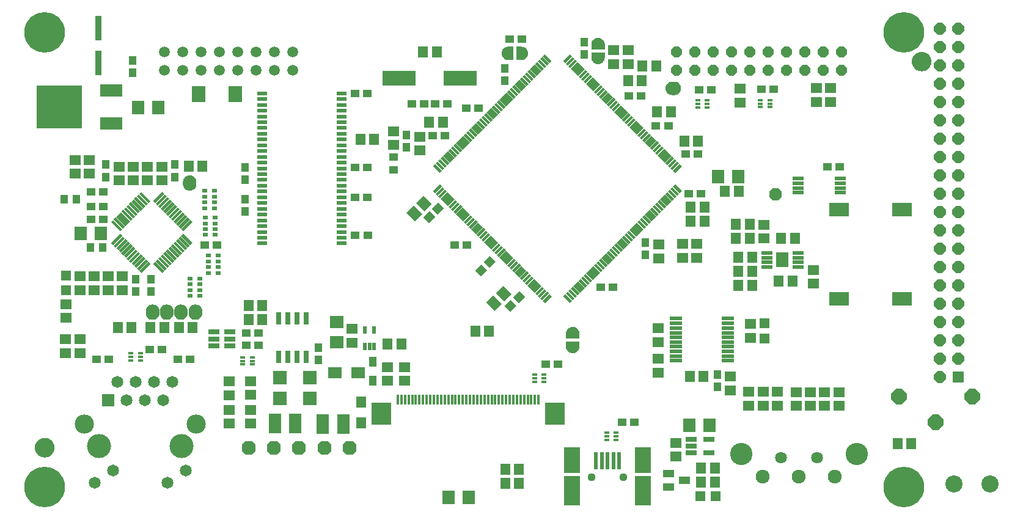
<source format=gts>
G75*
%MOIN*%
%OFA0B0*%
%FSLAX25Y25*%
%IPPOS*%
%LPD*%
%AMOC8*
5,1,8,0,0,1.08239X$1,22.5*
%
%ADD10C,0.00500*%
%ADD11R,0.18217X0.08374*%
%ADD12R,0.06406X0.05618*%
%ADD13R,0.05224X0.01681*%
%ADD14R,0.04437X0.04831*%
%ADD15R,0.04831X0.04437*%
%ADD16R,0.06799X0.07587*%
%ADD17R,0.05618X0.06406*%
%ADD18OC8,0.08374*%
%ADD19R,0.07587X0.09161*%
%ADD20R,0.24909X0.23335*%
%ADD21R,0.12311X0.06799*%
%ADD22R,0.03500X0.13300*%
%ADD23C,0.00250*%
%ADD24R,0.06406X0.06406*%
%ADD25OC8,0.06406*%
%ADD26C,0.05900*%
%ADD27OC8,0.07587*%
%ADD28C,0.07587*%
%ADD29C,0.06406*%
%ADD30C,0.12161*%
%ADD31R,0.05224X0.05224*%
%ADD32C,0.06500*%
%ADD33R,0.06500X0.06500*%
%ADD34C,0.13098*%
%ADD35C,0.10500*%
%ADD36R,0.03059X0.02469*%
%ADD37C,0.00100*%
%ADD38R,0.03075X0.01684*%
%ADD39R,0.01600X0.07100*%
%ADD40R,0.05224X0.02469*%
%ADD41OC8,0.05900*%
%ADD42R,0.06300X0.01900*%
%ADD43R,0.07000X0.02200*%
%ADD44R,0.02075X0.03846*%
%ADD45R,0.07390X0.06406*%
%ADD46R,0.07587X0.06799*%
%ADD47R,0.11130X0.12311*%
%ADD48R,0.01681X0.05224*%
%ADD49R,0.04437X0.05224*%
%ADD50R,0.05224X0.06406*%
%ADD51R,0.07587X0.07193*%
%ADD52R,0.06799X0.11130*%
%ADD53R,0.06300X0.02700*%
%ADD54R,0.02862X0.06602*%
%ADD55R,0.06100X0.02200*%
%ADD56R,0.06700X0.07900*%
%ADD57R,0.10736X0.07587*%
%ADD58R,0.06012X0.04437*%
%ADD59C,0.04437*%
%ADD60R,0.08571X0.16248*%
%ADD61R,0.08571X0.14280*%
%ADD62R,0.02469X0.09358*%
%ADD63OC8,0.06996*%
%ADD64C,0.09358*%
%ADD65C,0.22154*%
D10*
X0036950Y0178331D02*
X0036334Y0178947D01*
X0035834Y0179661D01*
X0035465Y0180451D01*
X0035240Y0181293D01*
X0035164Y0182161D01*
X0035240Y0183030D01*
X0035465Y0183872D01*
X0035834Y0184661D01*
X0036334Y0185375D01*
X0036950Y0185992D01*
X0037664Y0186492D01*
X0038454Y0186860D01*
X0039296Y0187085D01*
X0040164Y0187161D01*
X0041032Y0187085D01*
X0041874Y0186860D01*
X0042664Y0186492D01*
X0043378Y0185992D01*
X0043994Y0185375D01*
X0044494Y0184661D01*
X0044862Y0183872D01*
X0045088Y0183030D01*
X0045164Y0182161D01*
X0045088Y0181293D01*
X0044862Y0180451D01*
X0044494Y0179661D01*
X0043994Y0178947D01*
X0043378Y0178331D01*
X0042664Y0177831D01*
X0041874Y0177463D01*
X0041032Y0177237D01*
X0040164Y0177161D01*
X0039296Y0177237D01*
X0038454Y0177463D01*
X0037664Y0177831D01*
X0036950Y0178331D01*
X0037231Y0178135D02*
X0043097Y0178135D01*
X0043680Y0178633D02*
X0036648Y0178633D01*
X0036205Y0179132D02*
X0044123Y0179132D01*
X0044472Y0179630D02*
X0035856Y0179630D01*
X0035616Y0180129D02*
X0044712Y0180129D01*
X0044909Y0180627D02*
X0035418Y0180627D01*
X0035285Y0181126D02*
X0045043Y0181126D01*
X0045117Y0181624D02*
X0035211Y0181624D01*
X0035167Y0182123D02*
X0045161Y0182123D01*
X0045124Y0182621D02*
X0035204Y0182621D01*
X0035264Y0183120D02*
X0045064Y0183120D01*
X0044930Y0183618D02*
X0035398Y0183618D01*
X0035580Y0184117D02*
X0044748Y0184117D01*
X0044516Y0184615D02*
X0035812Y0184615D01*
X0036150Y0185114D02*
X0044177Y0185114D01*
X0043757Y0185612D02*
X0036571Y0185612D01*
X0037120Y0186111D02*
X0043208Y0186111D01*
X0042411Y0186609D02*
X0037916Y0186609D01*
X0039551Y0187108D02*
X0040777Y0187108D01*
X0042245Y0177636D02*
X0038083Y0177636D01*
X0513812Y0391081D02*
X0513586Y0391923D01*
X0513510Y0392791D01*
X0513586Y0393660D01*
X0513812Y0394501D01*
X0514180Y0395291D01*
X0514680Y0396005D01*
X0515296Y0396622D01*
X0516010Y0397121D01*
X0516800Y0397490D01*
X0517642Y0397715D01*
X0518510Y0397791D01*
X0519379Y0397715D01*
X0520220Y0397490D01*
X0521010Y0397121D01*
X0521724Y0396622D01*
X0522341Y0396005D01*
X0522840Y0395291D01*
X0523209Y0394501D01*
X0523434Y0393660D01*
X0523510Y0392791D01*
X0523434Y0391923D01*
X0523209Y0391081D01*
X0522840Y0390291D01*
X0522341Y0389577D01*
X0521724Y0388961D01*
X0521010Y0388461D01*
X0520220Y0388093D01*
X0519379Y0387867D01*
X0518510Y0387791D01*
X0517642Y0387867D01*
X0516800Y0388093D01*
X0516010Y0388461D01*
X0515296Y0388961D01*
X0514680Y0389577D01*
X0514180Y0390291D01*
X0513812Y0391081D01*
X0513850Y0390999D02*
X0523170Y0390999D01*
X0523320Y0391497D02*
X0513700Y0391497D01*
X0513580Y0391996D02*
X0523441Y0391996D01*
X0523484Y0392494D02*
X0513536Y0392494D01*
X0513528Y0392993D02*
X0523493Y0392993D01*
X0523449Y0393491D02*
X0513572Y0393491D01*
X0513675Y0393990D02*
X0523346Y0393990D01*
X0523212Y0394488D02*
X0513808Y0394488D01*
X0514038Y0394987D02*
X0522982Y0394987D01*
X0522705Y0395485D02*
X0514316Y0395485D01*
X0514665Y0395984D02*
X0522355Y0395984D01*
X0521863Y0396483D02*
X0515157Y0396483D01*
X0515810Y0396981D02*
X0521211Y0396981D01*
X0520242Y0397480D02*
X0516778Y0397480D01*
X0514083Y0390500D02*
X0522938Y0390500D01*
X0522638Y0390002D02*
X0514383Y0390002D01*
X0514754Y0389503D02*
X0522267Y0389503D01*
X0521768Y0389005D02*
X0515253Y0389005D01*
X0515946Y0388506D02*
X0521075Y0388506D01*
X0519903Y0388008D02*
X0517118Y0388008D01*
D11*
X0266802Y0383728D03*
X0233337Y0383728D03*
D12*
X0230369Y0354719D03*
X0230369Y0347238D03*
X0244869Y0344188D03*
X0244869Y0351669D03*
X0350619Y0391488D03*
X0358369Y0391488D03*
X0358369Y0398969D03*
X0350619Y0398969D03*
X0419569Y0377969D03*
X0419569Y0370488D03*
X0461019Y0370738D03*
X0461019Y0378219D03*
X0468769Y0378219D03*
X0468769Y0370738D03*
X0432619Y0303769D03*
X0432619Y0296288D03*
X0459619Y0279019D03*
X0459619Y0271538D03*
X0425019Y0249519D03*
X0425019Y0242038D03*
X0414269Y0220869D03*
X0414269Y0213388D03*
X0424219Y0212519D03*
X0431969Y0212519D03*
X0431969Y0205038D03*
X0424219Y0205038D03*
X0439719Y0205038D03*
X0450069Y0204988D03*
X0450069Y0212469D03*
X0439719Y0212519D03*
X0457819Y0212469D03*
X0465569Y0212469D03*
X0473319Y0212469D03*
X0473319Y0204988D03*
X0465569Y0204988D03*
X0457819Y0204988D03*
X0384369Y0184669D03*
X0384369Y0177188D03*
X0374869Y0223038D03*
X0374869Y0230519D03*
X0374819Y0239838D03*
X0374819Y0247319D03*
X0375069Y0285488D03*
X0375069Y0292969D03*
X0388119Y0293269D03*
X0395819Y0293269D03*
X0395819Y0285788D03*
X0388119Y0285788D03*
X0236619Y0226069D03*
X0236619Y0218588D03*
X0227269Y0218538D03*
X0227269Y0226019D03*
X0207919Y0239388D03*
X0207919Y0246869D03*
X0152569Y0218469D03*
X0152569Y0210988D03*
X0152569Y0202719D03*
X0152569Y0195238D03*
X0140819Y0195238D03*
X0140819Y0202719D03*
X0140819Y0210738D03*
X0140819Y0218219D03*
X0082569Y0268088D03*
X0074819Y0268088D03*
X0067069Y0268088D03*
X0067069Y0275569D03*
X0074819Y0275569D03*
X0082569Y0275569D03*
X0059319Y0275569D03*
X0059319Y0268088D03*
X0051669Y0260369D03*
X0051669Y0252888D03*
X0051619Y0241219D03*
X0051619Y0233738D03*
X0059419Y0233738D03*
X0059419Y0241219D03*
X0080819Y0327988D03*
X0088519Y0327988D03*
X0088519Y0335469D03*
X0080819Y0335469D03*
X0096269Y0335469D03*
X0104019Y0335469D03*
X0104019Y0327988D03*
X0096269Y0327988D03*
X0064569Y0331638D03*
X0056869Y0331638D03*
X0056869Y0339119D03*
X0064569Y0339119D03*
D13*
G36*
X0255650Y0332106D02*
X0251958Y0335798D01*
X0253146Y0336986D01*
X0256838Y0333294D01*
X0255650Y0332106D01*
G37*
G36*
X0257042Y0333498D02*
X0253350Y0337190D01*
X0254538Y0338378D01*
X0258230Y0334686D01*
X0257042Y0333498D01*
G37*
G36*
X0258434Y0334890D02*
X0254742Y0338582D01*
X0255930Y0339770D01*
X0259622Y0336078D01*
X0258434Y0334890D01*
G37*
G36*
X0259826Y0336282D02*
X0256134Y0339974D01*
X0257322Y0341162D01*
X0261014Y0337470D01*
X0259826Y0336282D01*
G37*
G36*
X0261218Y0337674D02*
X0257526Y0341366D01*
X0258714Y0342554D01*
X0262406Y0338862D01*
X0261218Y0337674D01*
G37*
G36*
X0262610Y0339066D02*
X0258918Y0342758D01*
X0260106Y0343946D01*
X0263798Y0340254D01*
X0262610Y0339066D01*
G37*
G36*
X0264002Y0340458D02*
X0260310Y0344150D01*
X0261498Y0345338D01*
X0265190Y0341646D01*
X0264002Y0340458D01*
G37*
G36*
X0265394Y0341850D02*
X0261702Y0345542D01*
X0262890Y0346730D01*
X0266582Y0343038D01*
X0265394Y0341850D01*
G37*
G36*
X0266786Y0343242D02*
X0263094Y0346934D01*
X0264282Y0348122D01*
X0267974Y0344430D01*
X0266786Y0343242D01*
G37*
G36*
X0268178Y0344634D02*
X0264486Y0348326D01*
X0265674Y0349514D01*
X0269366Y0345822D01*
X0268178Y0344634D01*
G37*
G36*
X0269570Y0346026D02*
X0265878Y0349718D01*
X0267066Y0350906D01*
X0270758Y0347214D01*
X0269570Y0346026D01*
G37*
G36*
X0270961Y0347417D02*
X0267269Y0351109D01*
X0268457Y0352297D01*
X0272149Y0348605D01*
X0270961Y0347417D01*
G37*
G36*
X0272353Y0348809D02*
X0268661Y0352501D01*
X0269849Y0353689D01*
X0273541Y0349997D01*
X0272353Y0348809D01*
G37*
G36*
X0273745Y0350201D02*
X0270053Y0353893D01*
X0271241Y0355081D01*
X0274933Y0351389D01*
X0273745Y0350201D01*
G37*
G36*
X0275137Y0351593D02*
X0271445Y0355285D01*
X0272633Y0356473D01*
X0276325Y0352781D01*
X0275137Y0351593D01*
G37*
G36*
X0276529Y0352985D02*
X0272837Y0356677D01*
X0274025Y0357865D01*
X0277717Y0354173D01*
X0276529Y0352985D01*
G37*
G36*
X0277921Y0354377D02*
X0274229Y0358069D01*
X0275417Y0359257D01*
X0279109Y0355565D01*
X0277921Y0354377D01*
G37*
G36*
X0279313Y0355769D02*
X0275621Y0359461D01*
X0276809Y0360649D01*
X0280501Y0356957D01*
X0279313Y0355769D01*
G37*
G36*
X0280705Y0357161D02*
X0277013Y0360853D01*
X0278201Y0362041D01*
X0281893Y0358349D01*
X0280705Y0357161D01*
G37*
G36*
X0282097Y0358553D02*
X0278405Y0362245D01*
X0279593Y0363433D01*
X0283285Y0359741D01*
X0282097Y0358553D01*
G37*
G36*
X0283489Y0359945D02*
X0279797Y0363637D01*
X0280985Y0364825D01*
X0284677Y0361133D01*
X0283489Y0359945D01*
G37*
G36*
X0284881Y0361337D02*
X0281189Y0365029D01*
X0282377Y0366217D01*
X0286069Y0362525D01*
X0284881Y0361337D01*
G37*
G36*
X0286273Y0362729D02*
X0282581Y0366421D01*
X0283769Y0367609D01*
X0287461Y0363917D01*
X0286273Y0362729D01*
G37*
G36*
X0287665Y0364121D02*
X0283973Y0367813D01*
X0285161Y0369001D01*
X0288853Y0365309D01*
X0287665Y0364121D01*
G37*
G36*
X0289057Y0365513D02*
X0285365Y0369205D01*
X0286553Y0370393D01*
X0290245Y0366701D01*
X0289057Y0365513D01*
G37*
G36*
X0290449Y0366905D02*
X0286757Y0370597D01*
X0287945Y0371785D01*
X0291637Y0368093D01*
X0290449Y0366905D01*
G37*
G36*
X0291841Y0368297D02*
X0288149Y0371989D01*
X0289337Y0373177D01*
X0293029Y0369485D01*
X0291841Y0368297D01*
G37*
G36*
X0293233Y0369689D02*
X0289541Y0373381D01*
X0290729Y0374569D01*
X0294421Y0370877D01*
X0293233Y0369689D01*
G37*
G36*
X0294625Y0371080D02*
X0290933Y0374772D01*
X0292121Y0375960D01*
X0295813Y0372268D01*
X0294625Y0371080D01*
G37*
G36*
X0296016Y0372472D02*
X0292324Y0376164D01*
X0293512Y0377352D01*
X0297204Y0373660D01*
X0296016Y0372472D01*
G37*
G36*
X0297408Y0373864D02*
X0293716Y0377556D01*
X0294904Y0378744D01*
X0298596Y0375052D01*
X0297408Y0373864D01*
G37*
G36*
X0298800Y0375256D02*
X0295108Y0378948D01*
X0296296Y0380136D01*
X0299988Y0376444D01*
X0298800Y0375256D01*
G37*
G36*
X0300192Y0376648D02*
X0296500Y0380340D01*
X0297688Y0381528D01*
X0301380Y0377836D01*
X0300192Y0376648D01*
G37*
G36*
X0301584Y0378040D02*
X0297892Y0381732D01*
X0299080Y0382920D01*
X0302772Y0379228D01*
X0301584Y0378040D01*
G37*
G36*
X0302976Y0379432D02*
X0299284Y0383124D01*
X0300472Y0384312D01*
X0304164Y0380620D01*
X0302976Y0379432D01*
G37*
G36*
X0304368Y0380824D02*
X0300676Y0384516D01*
X0301864Y0385704D01*
X0305556Y0382012D01*
X0304368Y0380824D01*
G37*
G36*
X0305760Y0382216D02*
X0302068Y0385908D01*
X0303256Y0387096D01*
X0306948Y0383404D01*
X0305760Y0382216D01*
G37*
G36*
X0307152Y0383608D02*
X0303460Y0387300D01*
X0304648Y0388488D01*
X0308340Y0384796D01*
X0307152Y0383608D01*
G37*
G36*
X0308544Y0385000D02*
X0304852Y0388692D01*
X0306040Y0389880D01*
X0309732Y0386188D01*
X0308544Y0385000D01*
G37*
G36*
X0309936Y0386392D02*
X0306244Y0390084D01*
X0307432Y0391272D01*
X0311124Y0387580D01*
X0309936Y0386392D01*
G37*
G36*
X0311328Y0387784D02*
X0307636Y0391476D01*
X0308824Y0392664D01*
X0312516Y0388972D01*
X0311328Y0387784D01*
G37*
G36*
X0312720Y0389176D02*
X0309028Y0392868D01*
X0310216Y0394056D01*
X0313908Y0390364D01*
X0312720Y0389176D01*
G37*
G36*
X0314112Y0390568D02*
X0310420Y0394260D01*
X0311608Y0395448D01*
X0315300Y0391756D01*
X0314112Y0390568D01*
G37*
G36*
X0315504Y0391960D02*
X0311812Y0395652D01*
X0313000Y0396840D01*
X0316692Y0393148D01*
X0315504Y0391960D01*
G37*
G36*
X0322947Y0393148D02*
X0326639Y0396840D01*
X0327827Y0395652D01*
X0324135Y0391960D01*
X0322947Y0393148D01*
G37*
G36*
X0324339Y0391756D02*
X0328031Y0395448D01*
X0329219Y0394260D01*
X0325527Y0390568D01*
X0324339Y0391756D01*
G37*
G36*
X0325731Y0390364D02*
X0329423Y0394056D01*
X0330611Y0392868D01*
X0326919Y0389176D01*
X0325731Y0390364D01*
G37*
G36*
X0327123Y0388972D02*
X0330815Y0392664D01*
X0332003Y0391476D01*
X0328311Y0387784D01*
X0327123Y0388972D01*
G37*
G36*
X0328515Y0387580D02*
X0332207Y0391272D01*
X0333395Y0390084D01*
X0329703Y0386392D01*
X0328515Y0387580D01*
G37*
G36*
X0329907Y0386188D02*
X0333599Y0389880D01*
X0334787Y0388692D01*
X0331095Y0385000D01*
X0329907Y0386188D01*
G37*
G36*
X0331299Y0384796D02*
X0334991Y0388488D01*
X0336179Y0387300D01*
X0332487Y0383608D01*
X0331299Y0384796D01*
G37*
G36*
X0332691Y0383404D02*
X0336383Y0387096D01*
X0337571Y0385908D01*
X0333879Y0382216D01*
X0332691Y0383404D01*
G37*
G36*
X0334083Y0382012D02*
X0337775Y0385704D01*
X0338963Y0384516D01*
X0335271Y0380824D01*
X0334083Y0382012D01*
G37*
G36*
X0335475Y0380620D02*
X0339167Y0384312D01*
X0340355Y0383124D01*
X0336663Y0379432D01*
X0335475Y0380620D01*
G37*
G36*
X0336867Y0379228D02*
X0340559Y0382920D01*
X0341747Y0381732D01*
X0338055Y0378040D01*
X0336867Y0379228D01*
G37*
G36*
X0338259Y0377836D02*
X0341951Y0381528D01*
X0343139Y0380340D01*
X0339447Y0376648D01*
X0338259Y0377836D01*
G37*
G36*
X0339650Y0376444D02*
X0343342Y0380136D01*
X0344530Y0378948D01*
X0340838Y0375256D01*
X0339650Y0376444D01*
G37*
G36*
X0341042Y0375052D02*
X0344734Y0378744D01*
X0345922Y0377556D01*
X0342230Y0373864D01*
X0341042Y0375052D01*
G37*
G36*
X0342434Y0373660D02*
X0346126Y0377352D01*
X0347314Y0376164D01*
X0343622Y0372472D01*
X0342434Y0373660D01*
G37*
G36*
X0343826Y0372268D02*
X0347518Y0375960D01*
X0348706Y0374772D01*
X0345014Y0371080D01*
X0343826Y0372268D01*
G37*
G36*
X0345218Y0370877D02*
X0348910Y0374569D01*
X0350098Y0373381D01*
X0346406Y0369689D01*
X0345218Y0370877D01*
G37*
G36*
X0346610Y0369485D02*
X0350302Y0373177D01*
X0351490Y0371989D01*
X0347798Y0368297D01*
X0346610Y0369485D01*
G37*
G36*
X0348002Y0368093D02*
X0351694Y0371785D01*
X0352882Y0370597D01*
X0349190Y0366905D01*
X0348002Y0368093D01*
G37*
G36*
X0349394Y0366701D02*
X0353086Y0370393D01*
X0354274Y0369205D01*
X0350582Y0365513D01*
X0349394Y0366701D01*
G37*
G36*
X0350786Y0365309D02*
X0354478Y0369001D01*
X0355666Y0367813D01*
X0351974Y0364121D01*
X0350786Y0365309D01*
G37*
G36*
X0352178Y0363917D02*
X0355870Y0367609D01*
X0357058Y0366421D01*
X0353366Y0362729D01*
X0352178Y0363917D01*
G37*
G36*
X0353570Y0362525D02*
X0357262Y0366217D01*
X0358450Y0365029D01*
X0354758Y0361337D01*
X0353570Y0362525D01*
G37*
G36*
X0354962Y0361133D02*
X0358654Y0364825D01*
X0359842Y0363637D01*
X0356150Y0359945D01*
X0354962Y0361133D01*
G37*
G36*
X0356354Y0359741D02*
X0360046Y0363433D01*
X0361234Y0362245D01*
X0357542Y0358553D01*
X0356354Y0359741D01*
G37*
G36*
X0357746Y0358349D02*
X0361438Y0362041D01*
X0362626Y0360853D01*
X0358934Y0357161D01*
X0357746Y0358349D01*
G37*
G36*
X0359138Y0356957D02*
X0362830Y0360649D01*
X0364018Y0359461D01*
X0360326Y0355769D01*
X0359138Y0356957D01*
G37*
G36*
X0360530Y0355565D02*
X0364222Y0359257D01*
X0365410Y0358069D01*
X0361718Y0354377D01*
X0360530Y0355565D01*
G37*
G36*
X0361922Y0354173D02*
X0365614Y0357865D01*
X0366802Y0356677D01*
X0363110Y0352985D01*
X0361922Y0354173D01*
G37*
G36*
X0363314Y0352781D02*
X0367006Y0356473D01*
X0368194Y0355285D01*
X0364502Y0351593D01*
X0363314Y0352781D01*
G37*
G36*
X0364705Y0351389D02*
X0368397Y0355081D01*
X0369585Y0353893D01*
X0365893Y0350201D01*
X0364705Y0351389D01*
G37*
G36*
X0366097Y0349997D02*
X0369789Y0353689D01*
X0370977Y0352501D01*
X0367285Y0348809D01*
X0366097Y0349997D01*
G37*
G36*
X0367489Y0348605D02*
X0371181Y0352297D01*
X0372369Y0351109D01*
X0368677Y0347417D01*
X0367489Y0348605D01*
G37*
G36*
X0368881Y0347214D02*
X0372573Y0350906D01*
X0373761Y0349718D01*
X0370069Y0346026D01*
X0368881Y0347214D01*
G37*
G36*
X0370273Y0345822D02*
X0373965Y0349514D01*
X0375153Y0348326D01*
X0371461Y0344634D01*
X0370273Y0345822D01*
G37*
G36*
X0371665Y0344430D02*
X0375357Y0348122D01*
X0376545Y0346934D01*
X0372853Y0343242D01*
X0371665Y0344430D01*
G37*
G36*
X0373057Y0343038D02*
X0376749Y0346730D01*
X0377937Y0345542D01*
X0374245Y0341850D01*
X0373057Y0343038D01*
G37*
G36*
X0374449Y0341646D02*
X0378141Y0345338D01*
X0379329Y0344150D01*
X0375637Y0340458D01*
X0374449Y0341646D01*
G37*
G36*
X0375841Y0340254D02*
X0379533Y0343946D01*
X0380721Y0342758D01*
X0377029Y0339066D01*
X0375841Y0340254D01*
G37*
G36*
X0377233Y0338862D02*
X0380925Y0342554D01*
X0382113Y0341366D01*
X0378421Y0337674D01*
X0377233Y0338862D01*
G37*
G36*
X0378625Y0337470D02*
X0382317Y0341162D01*
X0383505Y0339974D01*
X0379813Y0336282D01*
X0378625Y0337470D01*
G37*
G36*
X0380017Y0336078D02*
X0383709Y0339770D01*
X0384897Y0338582D01*
X0381205Y0334890D01*
X0380017Y0336078D01*
G37*
G36*
X0381409Y0334686D02*
X0385101Y0338378D01*
X0386289Y0337190D01*
X0382597Y0333498D01*
X0381409Y0334686D01*
G37*
G36*
X0382801Y0333294D02*
X0386493Y0336986D01*
X0387681Y0335798D01*
X0383989Y0332106D01*
X0382801Y0333294D01*
G37*
G36*
X0383989Y0325851D02*
X0387681Y0322159D01*
X0386493Y0320971D01*
X0382801Y0324663D01*
X0383989Y0325851D01*
G37*
G36*
X0382597Y0324459D02*
X0386289Y0320767D01*
X0385101Y0319579D01*
X0381409Y0323271D01*
X0382597Y0324459D01*
G37*
G36*
X0381205Y0323067D02*
X0384897Y0319375D01*
X0383709Y0318187D01*
X0380017Y0321879D01*
X0381205Y0323067D01*
G37*
G36*
X0379813Y0321675D02*
X0383505Y0317983D01*
X0382317Y0316795D01*
X0378625Y0320487D01*
X0379813Y0321675D01*
G37*
G36*
X0378421Y0320283D02*
X0382113Y0316591D01*
X0380925Y0315403D01*
X0377233Y0319095D01*
X0378421Y0320283D01*
G37*
G36*
X0377029Y0318891D02*
X0380721Y0315199D01*
X0379533Y0314011D01*
X0375841Y0317703D01*
X0377029Y0318891D01*
G37*
G36*
X0375637Y0317499D02*
X0379329Y0313807D01*
X0378141Y0312619D01*
X0374449Y0316311D01*
X0375637Y0317499D01*
G37*
G36*
X0374245Y0316107D02*
X0377937Y0312415D01*
X0376749Y0311227D01*
X0373057Y0314919D01*
X0374245Y0316107D01*
G37*
G36*
X0372853Y0314715D02*
X0376545Y0311023D01*
X0375357Y0309835D01*
X0371665Y0313527D01*
X0372853Y0314715D01*
G37*
G36*
X0371461Y0313323D02*
X0375153Y0309631D01*
X0373965Y0308443D01*
X0370273Y0312135D01*
X0371461Y0313323D01*
G37*
G36*
X0370069Y0311931D02*
X0373761Y0308239D01*
X0372573Y0307051D01*
X0368881Y0310743D01*
X0370069Y0311931D01*
G37*
G36*
X0368677Y0310539D02*
X0372369Y0306847D01*
X0371181Y0305659D01*
X0367489Y0309351D01*
X0368677Y0310539D01*
G37*
G36*
X0367285Y0309147D02*
X0370977Y0305455D01*
X0369789Y0304267D01*
X0366097Y0307959D01*
X0367285Y0309147D01*
G37*
G36*
X0365893Y0307755D02*
X0369585Y0304063D01*
X0368397Y0302875D01*
X0364705Y0306567D01*
X0365893Y0307755D01*
G37*
G36*
X0364502Y0306363D02*
X0368194Y0302671D01*
X0367006Y0301483D01*
X0363314Y0305175D01*
X0364502Y0306363D01*
G37*
G36*
X0363110Y0304971D02*
X0366802Y0301279D01*
X0365614Y0300091D01*
X0361922Y0303783D01*
X0363110Y0304971D01*
G37*
G36*
X0361718Y0303579D02*
X0365410Y0299887D01*
X0364222Y0298699D01*
X0360530Y0302391D01*
X0361718Y0303579D01*
G37*
G36*
X0360326Y0302188D02*
X0364018Y0298496D01*
X0362830Y0297308D01*
X0359138Y0301000D01*
X0360326Y0302188D01*
G37*
G36*
X0358934Y0300796D02*
X0362626Y0297104D01*
X0361438Y0295916D01*
X0357746Y0299608D01*
X0358934Y0300796D01*
G37*
G36*
X0357542Y0299404D02*
X0361234Y0295712D01*
X0360046Y0294524D01*
X0356354Y0298216D01*
X0357542Y0299404D01*
G37*
G36*
X0356150Y0298012D02*
X0359842Y0294320D01*
X0358654Y0293132D01*
X0354962Y0296824D01*
X0356150Y0298012D01*
G37*
G36*
X0354758Y0296620D02*
X0358450Y0292928D01*
X0357262Y0291740D01*
X0353570Y0295432D01*
X0354758Y0296620D01*
G37*
G36*
X0353366Y0295228D02*
X0357058Y0291536D01*
X0355870Y0290348D01*
X0352178Y0294040D01*
X0353366Y0295228D01*
G37*
G36*
X0351974Y0293836D02*
X0355666Y0290144D01*
X0354478Y0288956D01*
X0350786Y0292648D01*
X0351974Y0293836D01*
G37*
G36*
X0350582Y0292444D02*
X0354274Y0288752D01*
X0353086Y0287564D01*
X0349394Y0291256D01*
X0350582Y0292444D01*
G37*
G36*
X0349190Y0291052D02*
X0352882Y0287360D01*
X0351694Y0286172D01*
X0348002Y0289864D01*
X0349190Y0291052D01*
G37*
G36*
X0347798Y0289660D02*
X0351490Y0285968D01*
X0350302Y0284780D01*
X0346610Y0288472D01*
X0347798Y0289660D01*
G37*
G36*
X0346406Y0288268D02*
X0350098Y0284576D01*
X0348910Y0283388D01*
X0345218Y0287080D01*
X0346406Y0288268D01*
G37*
G36*
X0345014Y0286876D02*
X0348706Y0283184D01*
X0347518Y0281996D01*
X0343826Y0285688D01*
X0345014Y0286876D01*
G37*
G36*
X0343622Y0285484D02*
X0347314Y0281792D01*
X0346126Y0280604D01*
X0342434Y0284296D01*
X0343622Y0285484D01*
G37*
G36*
X0342230Y0284092D02*
X0345922Y0280400D01*
X0344734Y0279212D01*
X0341042Y0282904D01*
X0342230Y0284092D01*
G37*
G36*
X0340838Y0282700D02*
X0344530Y0279008D01*
X0343342Y0277820D01*
X0339650Y0281512D01*
X0340838Y0282700D01*
G37*
G36*
X0339447Y0281308D02*
X0343139Y0277616D01*
X0341951Y0276428D01*
X0338259Y0280120D01*
X0339447Y0281308D01*
G37*
G36*
X0338055Y0279916D02*
X0341747Y0276224D01*
X0340559Y0275036D01*
X0336867Y0278728D01*
X0338055Y0279916D01*
G37*
G36*
X0336663Y0278525D02*
X0340355Y0274833D01*
X0339167Y0273645D01*
X0335475Y0277337D01*
X0336663Y0278525D01*
G37*
G36*
X0335271Y0277133D02*
X0338963Y0273441D01*
X0337775Y0272253D01*
X0334083Y0275945D01*
X0335271Y0277133D01*
G37*
G36*
X0333879Y0275741D02*
X0337571Y0272049D01*
X0336383Y0270861D01*
X0332691Y0274553D01*
X0333879Y0275741D01*
G37*
G36*
X0332487Y0274349D02*
X0336179Y0270657D01*
X0334991Y0269469D01*
X0331299Y0273161D01*
X0332487Y0274349D01*
G37*
G36*
X0331095Y0272957D02*
X0334787Y0269265D01*
X0333599Y0268077D01*
X0329907Y0271769D01*
X0331095Y0272957D01*
G37*
G36*
X0329703Y0271565D02*
X0333395Y0267873D01*
X0332207Y0266685D01*
X0328515Y0270377D01*
X0329703Y0271565D01*
G37*
G36*
X0328311Y0270173D02*
X0332003Y0266481D01*
X0330815Y0265293D01*
X0327123Y0268985D01*
X0328311Y0270173D01*
G37*
G36*
X0326919Y0268781D02*
X0330611Y0265089D01*
X0329423Y0263901D01*
X0325731Y0267593D01*
X0326919Y0268781D01*
G37*
G36*
X0325527Y0267389D02*
X0329219Y0263697D01*
X0328031Y0262509D01*
X0324339Y0266201D01*
X0325527Y0267389D01*
G37*
G36*
X0324135Y0265997D02*
X0327827Y0262305D01*
X0326639Y0261117D01*
X0322947Y0264809D01*
X0324135Y0265997D01*
G37*
G36*
X0316692Y0264809D02*
X0313000Y0261117D01*
X0311812Y0262305D01*
X0315504Y0265997D01*
X0316692Y0264809D01*
G37*
G36*
X0315300Y0266201D02*
X0311608Y0262509D01*
X0310420Y0263697D01*
X0314112Y0267389D01*
X0315300Y0266201D01*
G37*
G36*
X0313908Y0267593D02*
X0310216Y0263901D01*
X0309028Y0265089D01*
X0312720Y0268781D01*
X0313908Y0267593D01*
G37*
G36*
X0312516Y0268985D02*
X0308824Y0265293D01*
X0307636Y0266481D01*
X0311328Y0270173D01*
X0312516Y0268985D01*
G37*
G36*
X0311124Y0270377D02*
X0307432Y0266685D01*
X0306244Y0267873D01*
X0309936Y0271565D01*
X0311124Y0270377D01*
G37*
G36*
X0309732Y0271769D02*
X0306040Y0268077D01*
X0304852Y0269265D01*
X0308544Y0272957D01*
X0309732Y0271769D01*
G37*
G36*
X0308340Y0273161D02*
X0304648Y0269469D01*
X0303460Y0270657D01*
X0307152Y0274349D01*
X0308340Y0273161D01*
G37*
G36*
X0306948Y0274553D02*
X0303256Y0270861D01*
X0302068Y0272049D01*
X0305760Y0275741D01*
X0306948Y0274553D01*
G37*
G36*
X0305556Y0275945D02*
X0301864Y0272253D01*
X0300676Y0273441D01*
X0304368Y0277133D01*
X0305556Y0275945D01*
G37*
G36*
X0304164Y0277337D02*
X0300472Y0273645D01*
X0299284Y0274833D01*
X0302976Y0278525D01*
X0304164Y0277337D01*
G37*
G36*
X0302772Y0278728D02*
X0299080Y0275036D01*
X0297892Y0276224D01*
X0301584Y0279916D01*
X0302772Y0278728D01*
G37*
G36*
X0301380Y0280120D02*
X0297688Y0276428D01*
X0296500Y0277616D01*
X0300192Y0281308D01*
X0301380Y0280120D01*
G37*
G36*
X0299988Y0281512D02*
X0296296Y0277820D01*
X0295108Y0279008D01*
X0298800Y0282700D01*
X0299988Y0281512D01*
G37*
G36*
X0298596Y0282904D02*
X0294904Y0279212D01*
X0293716Y0280400D01*
X0297408Y0284092D01*
X0298596Y0282904D01*
G37*
G36*
X0297204Y0284296D02*
X0293512Y0280604D01*
X0292324Y0281792D01*
X0296016Y0285484D01*
X0297204Y0284296D01*
G37*
G36*
X0295813Y0285688D02*
X0292121Y0281996D01*
X0290933Y0283184D01*
X0294625Y0286876D01*
X0295813Y0285688D01*
G37*
G36*
X0294421Y0287080D02*
X0290729Y0283388D01*
X0289541Y0284576D01*
X0293233Y0288268D01*
X0294421Y0287080D01*
G37*
G36*
X0293029Y0288472D02*
X0289337Y0284780D01*
X0288149Y0285968D01*
X0291841Y0289660D01*
X0293029Y0288472D01*
G37*
G36*
X0291637Y0289864D02*
X0287945Y0286172D01*
X0286757Y0287360D01*
X0290449Y0291052D01*
X0291637Y0289864D01*
G37*
G36*
X0290245Y0291256D02*
X0286553Y0287564D01*
X0285365Y0288752D01*
X0289057Y0292444D01*
X0290245Y0291256D01*
G37*
G36*
X0288853Y0292648D02*
X0285161Y0288956D01*
X0283973Y0290144D01*
X0287665Y0293836D01*
X0288853Y0292648D01*
G37*
G36*
X0287461Y0294040D02*
X0283769Y0290348D01*
X0282581Y0291536D01*
X0286273Y0295228D01*
X0287461Y0294040D01*
G37*
G36*
X0286069Y0295432D02*
X0282377Y0291740D01*
X0281189Y0292928D01*
X0284881Y0296620D01*
X0286069Y0295432D01*
G37*
G36*
X0284677Y0296824D02*
X0280985Y0293132D01*
X0279797Y0294320D01*
X0283489Y0298012D01*
X0284677Y0296824D01*
G37*
G36*
X0283285Y0298216D02*
X0279593Y0294524D01*
X0278405Y0295712D01*
X0282097Y0299404D01*
X0283285Y0298216D01*
G37*
G36*
X0281893Y0299608D02*
X0278201Y0295916D01*
X0277013Y0297104D01*
X0280705Y0300796D01*
X0281893Y0299608D01*
G37*
G36*
X0280501Y0301000D02*
X0276809Y0297308D01*
X0275621Y0298496D01*
X0279313Y0302188D01*
X0280501Y0301000D01*
G37*
G36*
X0279109Y0302391D02*
X0275417Y0298699D01*
X0274229Y0299887D01*
X0277921Y0303579D01*
X0279109Y0302391D01*
G37*
G36*
X0277717Y0303783D02*
X0274025Y0300091D01*
X0272837Y0301279D01*
X0276529Y0304971D01*
X0277717Y0303783D01*
G37*
G36*
X0276325Y0305175D02*
X0272633Y0301483D01*
X0271445Y0302671D01*
X0275137Y0306363D01*
X0276325Y0305175D01*
G37*
G36*
X0274933Y0306567D02*
X0271241Y0302875D01*
X0270053Y0304063D01*
X0273745Y0307755D01*
X0274933Y0306567D01*
G37*
G36*
X0273541Y0307959D02*
X0269849Y0304267D01*
X0268661Y0305455D01*
X0272353Y0309147D01*
X0273541Y0307959D01*
G37*
G36*
X0272149Y0309351D02*
X0268457Y0305659D01*
X0267269Y0306847D01*
X0270961Y0310539D01*
X0272149Y0309351D01*
G37*
G36*
X0270758Y0310743D02*
X0267066Y0307051D01*
X0265878Y0308239D01*
X0269570Y0311931D01*
X0270758Y0310743D01*
G37*
G36*
X0269366Y0312135D02*
X0265674Y0308443D01*
X0264486Y0309631D01*
X0268178Y0313323D01*
X0269366Y0312135D01*
G37*
G36*
X0267974Y0313527D02*
X0264282Y0309835D01*
X0263094Y0311023D01*
X0266786Y0314715D01*
X0267974Y0313527D01*
G37*
G36*
X0266582Y0314919D02*
X0262890Y0311227D01*
X0261702Y0312415D01*
X0265394Y0316107D01*
X0266582Y0314919D01*
G37*
G36*
X0265190Y0316311D02*
X0261498Y0312619D01*
X0260310Y0313807D01*
X0264002Y0317499D01*
X0265190Y0316311D01*
G37*
G36*
X0263798Y0317703D02*
X0260106Y0314011D01*
X0258918Y0315199D01*
X0262610Y0318891D01*
X0263798Y0317703D01*
G37*
G36*
X0262406Y0319095D02*
X0258714Y0315403D01*
X0257526Y0316591D01*
X0261218Y0320283D01*
X0262406Y0319095D01*
G37*
G36*
X0261014Y0320487D02*
X0257322Y0316795D01*
X0256134Y0317983D01*
X0259826Y0321675D01*
X0261014Y0320487D01*
G37*
G36*
X0259622Y0321879D02*
X0255930Y0318187D01*
X0254742Y0319375D01*
X0258434Y0323067D01*
X0259622Y0321879D01*
G37*
G36*
X0258230Y0323271D02*
X0254538Y0319579D01*
X0253350Y0320767D01*
X0257042Y0324459D01*
X0258230Y0323271D01*
G37*
G36*
X0256838Y0324663D02*
X0253146Y0320971D01*
X0251958Y0322159D01*
X0255650Y0325851D01*
X0256838Y0324663D01*
G37*
D14*
X0237569Y0346132D03*
X0237569Y0352825D03*
X0290969Y0382282D03*
X0290969Y0388975D03*
X0334319Y0396682D03*
X0334319Y0403375D03*
X0367819Y0294025D03*
X0367819Y0287332D03*
X0407019Y0221975D03*
X0407019Y0215282D03*
X0189619Y0230032D03*
X0189619Y0236725D03*
X0098069Y0267232D03*
X0098069Y0273925D03*
X0089819Y0273975D03*
X0089819Y0267282D03*
X0071916Y0291328D03*
X0065223Y0291328D03*
X0057416Y0317628D03*
X0050723Y0317628D03*
X0073569Y0329832D03*
X0073569Y0336525D03*
X0111269Y0336525D03*
X0111269Y0329832D03*
X0149369Y0328182D03*
X0149369Y0334875D03*
X0149369Y0317575D03*
X0149369Y0310882D03*
X0088069Y0386782D03*
X0088069Y0393475D03*
D15*
X0072066Y0321778D03*
X0065373Y0321778D03*
X0065473Y0313578D03*
X0065473Y0306828D03*
X0072166Y0306828D03*
X0072166Y0313578D03*
X0127423Y0292628D03*
X0134116Y0292628D03*
X0150223Y0244728D03*
X0156916Y0244728D03*
X0156916Y0237978D03*
X0150223Y0237978D03*
X0119466Y0230228D03*
X0112773Y0230228D03*
X0104066Y0235728D03*
X0097373Y0235728D03*
X0075216Y0230228D03*
X0068523Y0230228D03*
X0209623Y0298078D03*
X0216316Y0298078D03*
X0216166Y0318728D03*
X0209473Y0318728D03*
X0209523Y0335078D03*
X0216216Y0335078D03*
X0230369Y0333832D03*
X0230369Y0340525D03*
X0251723Y0352228D03*
X0258416Y0352228D03*
X0259916Y0369728D03*
X0253223Y0369728D03*
X0247166Y0369728D03*
X0240473Y0369728D03*
X0270223Y0367228D03*
X0276916Y0367228D03*
X0293673Y0404978D03*
X0300366Y0404978D03*
X0358923Y0373928D03*
X0365616Y0373928D03*
X0373623Y0357528D03*
X0380316Y0357528D03*
X0389873Y0342228D03*
X0396566Y0342228D03*
X0398166Y0320728D03*
X0391473Y0320728D03*
X0397023Y0377378D03*
X0403716Y0377378D03*
X0431073Y0377578D03*
X0437766Y0377578D03*
X0467223Y0335378D03*
X0473916Y0335378D03*
X0350266Y0269828D03*
X0343573Y0269828D03*
G36*
X0295560Y0264156D02*
X0298975Y0267571D01*
X0302112Y0264434D01*
X0298697Y0261019D01*
X0295560Y0264156D01*
G37*
G36*
X0290827Y0259423D02*
X0294242Y0262838D01*
X0297379Y0259701D01*
X0293964Y0256286D01*
X0290827Y0259423D01*
G37*
G36*
X0274877Y0278673D02*
X0278292Y0282088D01*
X0281429Y0278951D01*
X0278014Y0275536D01*
X0274877Y0278673D01*
G37*
G36*
X0279610Y0283406D02*
X0283025Y0286821D01*
X0286162Y0283684D01*
X0282747Y0280269D01*
X0279610Y0283406D01*
G37*
X0270516Y0292828D03*
X0263823Y0292828D03*
G36*
X0246577Y0307773D02*
X0249992Y0311188D01*
X0253129Y0308051D01*
X0249714Y0304636D01*
X0246577Y0307773D01*
G37*
G36*
X0251310Y0312506D02*
X0254725Y0315921D01*
X0257862Y0312784D01*
X0254447Y0309369D01*
X0251310Y0312506D01*
G37*
X0216166Y0375478D03*
X0209473Y0375478D03*
X0313423Y0227578D03*
X0320116Y0227578D03*
X0355173Y0196028D03*
X0361866Y0196028D03*
D16*
X0391808Y0194428D03*
X0402831Y0194428D03*
X0271581Y0154928D03*
X0260558Y0154928D03*
X0070831Y0299078D03*
X0059808Y0299078D03*
X0091058Y0367728D03*
X0102081Y0367728D03*
X0407458Y0330128D03*
X0418481Y0330128D03*
D17*
X0418710Y0321878D03*
X0411229Y0321878D03*
X0400060Y0313478D03*
X0392579Y0313478D03*
X0392579Y0305728D03*
X0400060Y0305728D03*
X0417229Y0303928D03*
X0424710Y0303928D03*
X0424710Y0296178D03*
X0417229Y0296178D03*
X0418629Y0286028D03*
X0426110Y0286028D03*
X0426110Y0278278D03*
X0418629Y0278278D03*
X0418629Y0270528D03*
X0426110Y0270528D03*
X0440629Y0273028D03*
X0448110Y0273028D03*
X0449360Y0296278D03*
X0441879Y0296278D03*
X0396560Y0349478D03*
X0389079Y0349478D03*
X0381760Y0365278D03*
X0374279Y0365278D03*
X0365910Y0382478D03*
X0358429Y0382478D03*
X0366229Y0390278D03*
X0373710Y0390278D03*
X0254060Y0397978D03*
X0246579Y0397978D03*
X0249929Y0359628D03*
X0257410Y0359628D03*
X0219860Y0350228D03*
X0212379Y0350228D03*
G36*
X0251265Y0315045D02*
X0247292Y0311072D01*
X0242763Y0315601D01*
X0246736Y0319574D01*
X0251265Y0315045D01*
G37*
G36*
X0245976Y0309756D02*
X0242003Y0305783D01*
X0237474Y0310312D01*
X0241447Y0314285D01*
X0245976Y0309756D01*
G37*
G36*
X0286263Y0266501D02*
X0290236Y0270474D01*
X0294765Y0265945D01*
X0290792Y0261972D01*
X0286263Y0266501D01*
G37*
G36*
X0280974Y0261212D02*
X0284947Y0265185D01*
X0289476Y0260656D01*
X0285503Y0256683D01*
X0280974Y0261212D01*
G37*
X0282510Y0245578D03*
X0275029Y0245578D03*
X0234660Y0238778D03*
X0227179Y0238778D03*
X0158810Y0251978D03*
X0151329Y0251978D03*
X0151329Y0259728D03*
X0158810Y0259728D03*
X0120910Y0247778D03*
X0113429Y0247778D03*
X0105410Y0247728D03*
X0097929Y0247728D03*
X0087510Y0247678D03*
X0080029Y0247678D03*
X0118779Y0335578D03*
X0126260Y0335578D03*
X0291479Y0170228D03*
X0298960Y0170228D03*
X0298960Y0162528D03*
X0291479Y0162528D03*
X0392029Y0221028D03*
X0399510Y0221028D03*
X0398179Y0171028D03*
X0405660Y0171028D03*
X0405660Y0163278D03*
X0398179Y0163278D03*
X0505429Y0184178D03*
X0512910Y0184178D03*
D18*
X0526169Y0195842D03*
X0506091Y0210015D03*
X0546248Y0210015D03*
D19*
X0144059Y0375128D03*
X0123980Y0375128D03*
D20*
X0048199Y0367978D03*
D21*
X0076467Y0359002D03*
X0076467Y0376955D03*
D22*
X0069569Y0391978D03*
X0069569Y0410978D03*
D23*
X0289419Y0397378D02*
X0289487Y0396696D01*
X0289686Y0396039D01*
X0290009Y0395434D01*
X0290445Y0394903D01*
X0290975Y0394468D01*
X0291580Y0394145D01*
X0292237Y0393946D01*
X0292919Y0393878D01*
X0295419Y0393878D01*
X0295419Y0400878D01*
X0292919Y0400878D01*
X0292237Y0400811D01*
X0291580Y0400612D01*
X0290975Y0400288D01*
X0290445Y0399853D01*
X0290009Y0399323D01*
X0289686Y0398718D01*
X0289487Y0398061D01*
X0289419Y0397378D01*
X0289429Y0397476D02*
X0295419Y0397476D01*
X0295419Y0397228D02*
X0289434Y0397228D01*
X0289459Y0396979D02*
X0295419Y0396979D01*
X0295419Y0396731D02*
X0289483Y0396731D01*
X0289551Y0396482D02*
X0295419Y0396482D01*
X0295419Y0396234D02*
X0289627Y0396234D01*
X0289715Y0395985D02*
X0295419Y0395985D01*
X0295419Y0395737D02*
X0289847Y0395737D01*
X0289980Y0395488D02*
X0295419Y0395488D01*
X0295419Y0395240D02*
X0290169Y0395240D01*
X0290373Y0394991D02*
X0295419Y0394991D01*
X0295419Y0394743D02*
X0290641Y0394743D01*
X0290943Y0394494D02*
X0295419Y0394494D01*
X0295419Y0394246D02*
X0291391Y0394246D01*
X0292067Y0393997D02*
X0295419Y0393997D01*
X0297419Y0393997D02*
X0300772Y0393997D01*
X0300602Y0393946D02*
X0301259Y0394145D01*
X0301864Y0394468D01*
X0302394Y0394903D01*
X0302830Y0395434D01*
X0303153Y0396039D01*
X0303352Y0396696D01*
X0303419Y0397378D01*
X0303352Y0398061D01*
X0303153Y0398718D01*
X0302830Y0399323D01*
X0302394Y0399853D01*
X0301864Y0400288D01*
X0301259Y0400612D01*
X0300602Y0400811D01*
X0299919Y0400878D01*
X0297419Y0400878D01*
X0297419Y0393878D01*
X0299919Y0393878D01*
X0300602Y0393946D01*
X0301447Y0394246D02*
X0297419Y0394246D01*
X0297419Y0394494D02*
X0301895Y0394494D01*
X0302198Y0394743D02*
X0297419Y0394743D01*
X0297419Y0394991D02*
X0302466Y0394991D01*
X0302670Y0395240D02*
X0297419Y0395240D01*
X0297419Y0395488D02*
X0302859Y0395488D01*
X0302991Y0395737D02*
X0297419Y0395737D01*
X0297419Y0395985D02*
X0303124Y0395985D01*
X0303212Y0396234D02*
X0297419Y0396234D01*
X0297419Y0396482D02*
X0303287Y0396482D01*
X0303356Y0396731D02*
X0297419Y0396731D01*
X0297419Y0396979D02*
X0303380Y0396979D01*
X0303405Y0397228D02*
X0297419Y0397228D01*
X0297419Y0397476D02*
X0303410Y0397476D01*
X0303385Y0397725D02*
X0297419Y0397725D01*
X0297419Y0397973D02*
X0303361Y0397973D01*
X0303303Y0398222D02*
X0297419Y0398222D01*
X0297419Y0398470D02*
X0303228Y0398470D01*
X0303152Y0398719D02*
X0297419Y0398719D01*
X0297419Y0398967D02*
X0303020Y0398967D01*
X0302887Y0399216D02*
X0297419Y0399216D01*
X0297419Y0399464D02*
X0302713Y0399464D01*
X0302509Y0399713D02*
X0297419Y0399713D01*
X0297419Y0399961D02*
X0302263Y0399961D01*
X0301960Y0400210D02*
X0297419Y0400210D01*
X0297419Y0400458D02*
X0301546Y0400458D01*
X0300946Y0400707D02*
X0297419Y0400707D01*
X0295419Y0400707D02*
X0291893Y0400707D01*
X0291293Y0400458D02*
X0295419Y0400458D01*
X0295419Y0400210D02*
X0290879Y0400210D01*
X0290576Y0399961D02*
X0295419Y0399961D01*
X0295419Y0399713D02*
X0290329Y0399713D01*
X0290125Y0399464D02*
X0295419Y0399464D01*
X0295419Y0399216D02*
X0289952Y0399216D01*
X0289819Y0398967D02*
X0295419Y0398967D01*
X0295419Y0398719D02*
X0289686Y0398719D01*
X0289611Y0398470D02*
X0295419Y0398470D01*
X0295419Y0398222D02*
X0289535Y0398222D01*
X0289478Y0397973D02*
X0295419Y0397973D01*
X0295419Y0397725D02*
X0289454Y0397725D01*
X0338319Y0397678D02*
X0345319Y0397678D01*
X0345319Y0395178D01*
X0345252Y0394496D01*
X0345053Y0393839D01*
X0344730Y0393234D01*
X0344294Y0392703D01*
X0343764Y0392268D01*
X0343159Y0391945D01*
X0342502Y0391746D01*
X0341819Y0391678D01*
X0341137Y0391746D01*
X0340480Y0391945D01*
X0339875Y0392268D01*
X0339345Y0392703D01*
X0338909Y0393234D01*
X0338586Y0393839D01*
X0338387Y0394496D01*
X0338319Y0395178D01*
X0338319Y0397678D01*
X0338319Y0397476D02*
X0345319Y0397476D01*
X0345319Y0397228D02*
X0338319Y0397228D01*
X0338319Y0396979D02*
X0345319Y0396979D01*
X0345319Y0396731D02*
X0338319Y0396731D01*
X0338319Y0396482D02*
X0345319Y0396482D01*
X0345319Y0396234D02*
X0338319Y0396234D01*
X0338319Y0395985D02*
X0345319Y0395985D01*
X0345319Y0395737D02*
X0338319Y0395737D01*
X0338319Y0395488D02*
X0345319Y0395488D01*
X0345319Y0395240D02*
X0338319Y0395240D01*
X0338338Y0394991D02*
X0345301Y0394991D01*
X0345277Y0394743D02*
X0338362Y0394743D01*
X0338387Y0394494D02*
X0345252Y0394494D01*
X0345176Y0394246D02*
X0338462Y0394246D01*
X0338538Y0393997D02*
X0345101Y0393997D01*
X0345005Y0393749D02*
X0338634Y0393749D01*
X0338767Y0393500D02*
X0344872Y0393500D01*
X0344739Y0393252D02*
X0338900Y0393252D01*
X0339099Y0393003D02*
X0344540Y0393003D01*
X0344336Y0392755D02*
X0339303Y0392755D01*
X0339585Y0392506D02*
X0344054Y0392506D01*
X0343744Y0392258D02*
X0339895Y0392258D01*
X0340360Y0392009D02*
X0343279Y0392009D01*
X0342551Y0391761D02*
X0341087Y0391761D01*
X0338319Y0399678D02*
X0345319Y0399678D01*
X0345319Y0402178D01*
X0345252Y0402861D01*
X0345053Y0403518D01*
X0344730Y0404123D01*
X0344294Y0404653D01*
X0343764Y0405088D01*
X0343159Y0405412D01*
X0342502Y0405611D01*
X0341819Y0405678D01*
X0341137Y0405611D01*
X0340480Y0405412D01*
X0339875Y0405088D01*
X0339345Y0404653D01*
X0338909Y0404123D01*
X0338586Y0403518D01*
X0338387Y0402861D01*
X0338319Y0402178D01*
X0338319Y0399678D01*
X0338319Y0399713D02*
X0345319Y0399713D01*
X0345319Y0399961D02*
X0338319Y0399961D01*
X0338319Y0400210D02*
X0345319Y0400210D01*
X0345319Y0400458D02*
X0338319Y0400458D01*
X0338319Y0400707D02*
X0345319Y0400707D01*
X0345319Y0400955D02*
X0338319Y0400955D01*
X0338319Y0401204D02*
X0345319Y0401204D01*
X0345319Y0401452D02*
X0338319Y0401452D01*
X0338319Y0401701D02*
X0345319Y0401701D01*
X0345319Y0401949D02*
X0338319Y0401949D01*
X0338321Y0402198D02*
X0345317Y0402198D01*
X0345293Y0402446D02*
X0338346Y0402446D01*
X0338370Y0402695D02*
X0345269Y0402695D01*
X0345227Y0402944D02*
X0338412Y0402944D01*
X0338487Y0403192D02*
X0345152Y0403192D01*
X0345076Y0403441D02*
X0338562Y0403441D01*
X0338677Y0403689D02*
X0344961Y0403689D01*
X0344829Y0403938D02*
X0338810Y0403938D01*
X0338961Y0404186D02*
X0344678Y0404186D01*
X0344474Y0404435D02*
X0339165Y0404435D01*
X0339381Y0404683D02*
X0344258Y0404683D01*
X0343955Y0404932D02*
X0339684Y0404932D01*
X0340046Y0405180D02*
X0343592Y0405180D01*
X0343104Y0405429D02*
X0340535Y0405429D01*
X0341807Y0405677D02*
X0341832Y0405677D01*
X0328019Y0247978D02*
X0327337Y0247911D01*
X0326680Y0247712D01*
X0326075Y0247388D01*
X0325545Y0246953D01*
X0325109Y0246423D01*
X0324786Y0245818D01*
X0324587Y0245161D01*
X0324519Y0244478D01*
X0324519Y0241978D01*
X0331519Y0241978D01*
X0331519Y0244478D01*
X0331452Y0245161D01*
X0331253Y0245818D01*
X0330930Y0246423D01*
X0330494Y0246953D01*
X0329964Y0247388D01*
X0329359Y0247712D01*
X0328702Y0247911D01*
X0328019Y0247978D01*
X0327209Y0247872D02*
X0328830Y0247872D01*
X0329523Y0247624D02*
X0326515Y0247624D01*
X0326059Y0247375D02*
X0329980Y0247375D01*
X0330283Y0247127D02*
X0325756Y0247127D01*
X0325483Y0246878D02*
X0330556Y0246878D01*
X0330760Y0246630D02*
X0325279Y0246630D01*
X0325087Y0246381D02*
X0330952Y0246381D01*
X0331085Y0246133D02*
X0324954Y0246133D01*
X0324821Y0245884D02*
X0331217Y0245884D01*
X0331308Y0245636D02*
X0324731Y0245636D01*
X0324655Y0245387D02*
X0331384Y0245387D01*
X0331454Y0245139D02*
X0324584Y0245139D01*
X0324560Y0244890D02*
X0331479Y0244890D01*
X0331503Y0244642D02*
X0324536Y0244642D01*
X0324519Y0244393D02*
X0331519Y0244393D01*
X0331519Y0244145D02*
X0324519Y0244145D01*
X0324519Y0243896D02*
X0331519Y0243896D01*
X0331519Y0243648D02*
X0324519Y0243648D01*
X0324519Y0243399D02*
X0331519Y0243399D01*
X0331519Y0243151D02*
X0324519Y0243151D01*
X0324519Y0242902D02*
X0331519Y0242902D01*
X0331519Y0242654D02*
X0324519Y0242654D01*
X0324519Y0242405D02*
X0331519Y0242405D01*
X0331519Y0242157D02*
X0324519Y0242157D01*
X0324519Y0239978D02*
X0331519Y0239978D01*
X0331519Y0237478D01*
X0331452Y0236796D01*
X0331253Y0236139D01*
X0330930Y0235534D01*
X0330494Y0235003D01*
X0329964Y0234568D01*
X0329359Y0234245D01*
X0328702Y0234046D01*
X0328019Y0233978D01*
X0327337Y0234046D01*
X0326680Y0234245D01*
X0326075Y0234568D01*
X0325545Y0235003D01*
X0325109Y0235534D01*
X0324786Y0236139D01*
X0324587Y0236796D01*
X0324519Y0237478D01*
X0324519Y0239978D01*
X0324519Y0239920D02*
X0331519Y0239920D01*
X0331519Y0239672D02*
X0324519Y0239672D01*
X0324519Y0239423D02*
X0331519Y0239423D01*
X0331519Y0239175D02*
X0324519Y0239175D01*
X0324519Y0238926D02*
X0331519Y0238926D01*
X0331519Y0238678D02*
X0324519Y0238678D01*
X0324519Y0238429D02*
X0331519Y0238429D01*
X0331519Y0238181D02*
X0324519Y0238181D01*
X0324519Y0237932D02*
X0331519Y0237932D01*
X0331519Y0237683D02*
X0324519Y0237683D01*
X0324524Y0237435D02*
X0331515Y0237435D01*
X0331491Y0237186D02*
X0324548Y0237186D01*
X0324573Y0236938D02*
X0331466Y0236938D01*
X0331420Y0236689D02*
X0324619Y0236689D01*
X0324694Y0236441D02*
X0331345Y0236441D01*
X0331269Y0236192D02*
X0324770Y0236192D01*
X0324890Y0235944D02*
X0331149Y0235944D01*
X0331016Y0235695D02*
X0325023Y0235695D01*
X0325181Y0235447D02*
X0330858Y0235447D01*
X0330654Y0235198D02*
X0325385Y0235198D01*
X0325610Y0234950D02*
X0330429Y0234950D01*
X0330126Y0234701D02*
X0325913Y0234701D01*
X0326291Y0234453D02*
X0329748Y0234453D01*
X0329225Y0234204D02*
X0326813Y0234204D01*
D24*
X0538353Y0220508D03*
D25*
X0538353Y0230508D03*
X0538353Y0240508D03*
X0538353Y0250508D03*
X0538353Y0260508D03*
X0528353Y0260508D03*
X0528353Y0250508D03*
X0528353Y0240508D03*
X0528353Y0230508D03*
X0528353Y0220508D03*
X0528353Y0270508D03*
X0528353Y0280508D03*
X0528353Y0290508D03*
X0528353Y0300508D03*
X0528353Y0310508D03*
X0528353Y0320508D03*
X0538353Y0320508D03*
X0538353Y0310508D03*
X0538353Y0300508D03*
X0538353Y0290508D03*
X0538353Y0280508D03*
X0538353Y0270508D03*
X0538353Y0330508D03*
X0538353Y0340508D03*
X0538353Y0350508D03*
X0538353Y0360508D03*
X0538353Y0370508D03*
X0528353Y0370508D03*
X0528353Y0360508D03*
X0528353Y0350508D03*
X0528353Y0340508D03*
X0528353Y0330508D03*
X0528353Y0380508D03*
X0528353Y0390508D03*
X0528353Y0400508D03*
X0528353Y0410508D03*
X0538353Y0410508D03*
X0538353Y0400508D03*
X0538353Y0390508D03*
X0538353Y0380508D03*
D26*
X0175494Y0388028D03*
X0165494Y0388028D03*
X0155494Y0388028D03*
X0145494Y0388028D03*
X0135494Y0388028D03*
X0125494Y0388028D03*
X0115494Y0388028D03*
X0105494Y0388028D03*
X0105494Y0398028D03*
X0115494Y0398028D03*
X0125494Y0398028D03*
X0135494Y0398028D03*
X0145494Y0398028D03*
X0155494Y0398028D03*
X0165494Y0398028D03*
X0175494Y0398028D03*
D27*
X0178943Y0182161D03*
X0165164Y0182161D03*
X0151384Y0182161D03*
X0192723Y0182161D03*
X0206502Y0182161D03*
D28*
X0431896Y0166413D03*
X0451581Y0166413D03*
X0471266Y0166413D03*
D29*
X0461424Y0176650D03*
X0441739Y0176650D03*
D30*
X0420085Y0178618D03*
X0483077Y0178618D03*
D31*
X0406153Y0155678D03*
X0397886Y0155678D03*
X0432719Y0241594D03*
X0432719Y0249862D03*
X0051719Y0267844D03*
X0051719Y0276112D03*
D32*
X0079829Y0218146D03*
X0089829Y0218146D03*
X0099829Y0218146D03*
X0109829Y0218146D03*
X0104829Y0208146D03*
X0094829Y0208146D03*
X0084829Y0208146D03*
X0077428Y0169839D03*
X0067428Y0163146D03*
X0107231Y0163146D03*
X0117231Y0169839D03*
D33*
X0074829Y0208146D03*
D34*
X0069829Y0183146D03*
X0114829Y0183146D03*
D35*
X0122841Y0195154D03*
X0061817Y0195154D03*
D36*
X0119412Y0265004D03*
X0119412Y0268154D03*
X0119412Y0271303D03*
X0119412Y0274453D03*
X0124727Y0274453D03*
X0124727Y0271303D03*
X0124727Y0268154D03*
X0124727Y0265004D03*
X0129612Y0277454D03*
X0129612Y0280604D03*
X0129612Y0283753D03*
X0129612Y0286903D03*
X0134927Y0286903D03*
X0134927Y0283753D03*
X0134927Y0280604D03*
X0134927Y0277454D03*
X0133027Y0298204D03*
X0133027Y0301354D03*
X0133027Y0304503D03*
X0133027Y0307653D03*
X0132927Y0312804D03*
X0132927Y0315954D03*
X0132927Y0319103D03*
X0132927Y0322253D03*
X0127612Y0322253D03*
X0127612Y0319103D03*
X0127612Y0315954D03*
X0127612Y0312804D03*
X0127712Y0307653D03*
X0127712Y0304503D03*
X0127712Y0301354D03*
X0127712Y0298204D03*
D37*
X0120366Y0322867D02*
X0117873Y0322867D01*
X0117780Y0322895D02*
X0118437Y0322696D01*
X0119119Y0322628D01*
X0119802Y0322696D01*
X0120459Y0322895D01*
X0121064Y0323218D01*
X0121594Y0323653D01*
X0122030Y0324184D01*
X0122353Y0324789D01*
X0122552Y0325446D01*
X0122619Y0326128D01*
X0122619Y0326628D01*
X0115619Y0326628D01*
X0115619Y0326128D01*
X0115687Y0325446D01*
X0115886Y0324789D01*
X0116209Y0324184D01*
X0116645Y0323653D01*
X0117175Y0323218D01*
X0117780Y0322895D01*
X0117648Y0322965D02*
X0120590Y0322965D01*
X0120775Y0323064D02*
X0117464Y0323064D01*
X0117280Y0323162D02*
X0120959Y0323162D01*
X0121116Y0323261D02*
X0117123Y0323261D01*
X0117003Y0323359D02*
X0121236Y0323359D01*
X0121356Y0323458D02*
X0116883Y0323458D01*
X0116763Y0323556D02*
X0121476Y0323556D01*
X0121595Y0323655D02*
X0116644Y0323655D01*
X0116563Y0323753D02*
X0121676Y0323753D01*
X0121757Y0323852D02*
X0116482Y0323852D01*
X0116401Y0323950D02*
X0121838Y0323950D01*
X0121919Y0324049D02*
X0116320Y0324049D01*
X0116239Y0324147D02*
X0121999Y0324147D01*
X0122063Y0324246D02*
X0116176Y0324246D01*
X0116124Y0324344D02*
X0122115Y0324344D01*
X0122168Y0324443D02*
X0116071Y0324443D01*
X0116018Y0324541D02*
X0122221Y0324541D01*
X0122273Y0324640D02*
X0115966Y0324640D01*
X0115913Y0324738D02*
X0122326Y0324738D01*
X0122368Y0324837D02*
X0115871Y0324837D01*
X0115841Y0324935D02*
X0122397Y0324935D01*
X0122427Y0325034D02*
X0115812Y0325034D01*
X0115782Y0325132D02*
X0122457Y0325132D01*
X0122487Y0325231D02*
X0115752Y0325231D01*
X0115722Y0325329D02*
X0122517Y0325329D01*
X0122547Y0325428D02*
X0115692Y0325428D01*
X0115679Y0325526D02*
X0122560Y0325526D01*
X0122570Y0325625D02*
X0115669Y0325625D01*
X0115659Y0325723D02*
X0122580Y0325723D01*
X0122589Y0325822D02*
X0115650Y0325822D01*
X0115640Y0325920D02*
X0122599Y0325920D01*
X0122609Y0326019D02*
X0115630Y0326019D01*
X0115620Y0326117D02*
X0122618Y0326117D01*
X0122619Y0326216D02*
X0115619Y0326216D01*
X0115619Y0326314D02*
X0122619Y0326314D01*
X0122619Y0326413D02*
X0115619Y0326413D01*
X0115619Y0326512D02*
X0122619Y0326512D01*
X0122619Y0326610D02*
X0115619Y0326610D01*
X0115619Y0326628D02*
X0122619Y0326628D01*
X0122619Y0327128D01*
X0122552Y0327811D01*
X0122353Y0328468D01*
X0122030Y0329073D01*
X0116209Y0329073D01*
X0115886Y0328468D01*
X0115687Y0327811D01*
X0115619Y0327128D01*
X0115619Y0326628D01*
X0115619Y0326709D02*
X0122619Y0326709D01*
X0122619Y0326807D02*
X0115619Y0326807D01*
X0115619Y0326906D02*
X0122619Y0326906D01*
X0122619Y0327004D02*
X0115619Y0327004D01*
X0115619Y0327103D02*
X0122619Y0327103D01*
X0122612Y0327201D02*
X0115627Y0327201D01*
X0115636Y0327300D02*
X0122603Y0327300D01*
X0122593Y0327398D02*
X0115646Y0327398D01*
X0115656Y0327497D02*
X0122583Y0327497D01*
X0122573Y0327595D02*
X0115665Y0327595D01*
X0115675Y0327694D02*
X0122564Y0327694D01*
X0122554Y0327792D02*
X0115685Y0327792D01*
X0115711Y0327891D02*
X0122528Y0327891D01*
X0122498Y0327989D02*
X0115741Y0327989D01*
X0115771Y0328088D02*
X0122468Y0328088D01*
X0122438Y0328186D02*
X0115800Y0328186D01*
X0115830Y0328285D02*
X0122409Y0328285D01*
X0122379Y0328383D02*
X0115860Y0328383D01*
X0115893Y0328482D02*
X0122346Y0328482D01*
X0122293Y0328580D02*
X0115946Y0328580D01*
X0115999Y0328679D02*
X0122240Y0328679D01*
X0122188Y0328777D02*
X0116051Y0328777D01*
X0116104Y0328876D02*
X0122135Y0328876D01*
X0122082Y0328974D02*
X0116157Y0328974D01*
X0116209Y0329073D02*
X0116645Y0329603D01*
X0117175Y0330038D01*
X0117780Y0330362D01*
X0118437Y0330561D01*
X0119119Y0330628D01*
X0119802Y0330561D01*
X0120459Y0330362D01*
X0121064Y0330038D01*
X0121594Y0329603D01*
X0122030Y0329073D01*
X0121949Y0329171D02*
X0116290Y0329171D01*
X0116371Y0329270D02*
X0121868Y0329270D01*
X0121787Y0329368D02*
X0116452Y0329368D01*
X0116533Y0329467D02*
X0121706Y0329467D01*
X0121625Y0329565D02*
X0116613Y0329565D01*
X0116718Y0329664D02*
X0121520Y0329664D01*
X0121400Y0329762D02*
X0116838Y0329762D01*
X0116959Y0329861D02*
X0121280Y0329861D01*
X0121160Y0329959D02*
X0117079Y0329959D01*
X0117211Y0330058D02*
X0121028Y0330058D01*
X0120843Y0330156D02*
X0117396Y0330156D01*
X0117580Y0330255D02*
X0120659Y0330255D01*
X0120475Y0330353D02*
X0117764Y0330353D01*
X0118077Y0330452D02*
X0120162Y0330452D01*
X0119837Y0330550D02*
X0118402Y0330550D01*
X0118198Y0322768D02*
X0120041Y0322768D01*
X0119538Y0322670D02*
X0118701Y0322670D01*
X0122219Y0260228D02*
X0121537Y0260161D01*
X0120880Y0259962D01*
X0120275Y0259638D01*
X0119745Y0259203D01*
X0119309Y0258673D01*
X0118986Y0258068D01*
X0118787Y0257411D01*
X0118719Y0256728D01*
X0118719Y0256228D01*
X0125719Y0256228D01*
X0125719Y0255728D01*
X0125652Y0255046D01*
X0125453Y0254389D01*
X0125130Y0253784D01*
X0124694Y0253253D01*
X0124164Y0252818D01*
X0123559Y0252495D01*
X0122902Y0252296D01*
X0122219Y0252228D01*
X0121537Y0252296D01*
X0120880Y0252495D01*
X0120275Y0252818D01*
X0119745Y0253253D01*
X0119309Y0253784D01*
X0118986Y0254389D01*
X0118787Y0255046D01*
X0118719Y0255728D01*
X0118719Y0256228D01*
X0125719Y0256228D01*
X0125719Y0256728D01*
X0125652Y0257411D01*
X0125453Y0258068D01*
X0125130Y0258673D01*
X0124694Y0259203D01*
X0124164Y0259638D01*
X0123559Y0259962D01*
X0122902Y0260161D01*
X0122219Y0260228D01*
X0122068Y0260213D02*
X0122371Y0260213D01*
X0123055Y0260115D02*
X0121384Y0260115D01*
X0121059Y0260016D02*
X0123379Y0260016D01*
X0123641Y0259918D02*
X0120798Y0259918D01*
X0120613Y0259819D02*
X0123826Y0259819D01*
X0124010Y0259721D02*
X0120429Y0259721D01*
X0120255Y0259622D02*
X0124184Y0259622D01*
X0124304Y0259524D02*
X0120135Y0259524D01*
X0120015Y0259425D02*
X0124424Y0259425D01*
X0124544Y0259327D02*
X0119895Y0259327D01*
X0119775Y0259228D02*
X0124664Y0259228D01*
X0124755Y0259130D02*
X0119684Y0259130D01*
X0119603Y0259031D02*
X0124835Y0259031D01*
X0124916Y0258933D02*
X0119523Y0258933D01*
X0119442Y0258834D02*
X0124997Y0258834D01*
X0125078Y0258736D02*
X0119361Y0258736D01*
X0119290Y0258637D02*
X0125149Y0258637D01*
X0125201Y0258539D02*
X0119238Y0258539D01*
X0119185Y0258440D02*
X0125254Y0258440D01*
X0125307Y0258342D02*
X0119132Y0258342D01*
X0119080Y0258243D02*
X0125359Y0258243D01*
X0125412Y0258145D02*
X0119027Y0258145D01*
X0118979Y0258046D02*
X0125460Y0258046D01*
X0125489Y0257948D02*
X0118949Y0257948D01*
X0118920Y0257849D02*
X0125519Y0257849D01*
X0125549Y0257751D02*
X0118890Y0257751D01*
X0118860Y0257652D02*
X0125579Y0257652D01*
X0125609Y0257554D02*
X0118830Y0257554D01*
X0118800Y0257455D02*
X0125639Y0257455D01*
X0125658Y0257357D02*
X0118781Y0257357D01*
X0118772Y0257258D02*
X0125667Y0257258D01*
X0125677Y0257160D02*
X0118762Y0257160D01*
X0118752Y0257061D02*
X0125687Y0257061D01*
X0125696Y0256963D02*
X0118742Y0256963D01*
X0118733Y0256864D02*
X0125706Y0256864D01*
X0125716Y0256765D02*
X0118723Y0256765D01*
X0118719Y0256667D02*
X0125719Y0256667D01*
X0125719Y0256568D02*
X0118719Y0256568D01*
X0118719Y0256470D02*
X0125719Y0256470D01*
X0125719Y0256371D02*
X0118719Y0256371D01*
X0118719Y0256273D02*
X0125719Y0256273D01*
X0125719Y0256174D02*
X0118719Y0256174D01*
X0118719Y0256076D02*
X0125719Y0256076D01*
X0125719Y0255977D02*
X0118719Y0255977D01*
X0118719Y0255879D02*
X0125719Y0255879D01*
X0125719Y0255780D02*
X0118719Y0255780D01*
X0118724Y0255682D02*
X0125715Y0255682D01*
X0125705Y0255583D02*
X0118734Y0255583D01*
X0118743Y0255485D02*
X0125695Y0255485D01*
X0125686Y0255386D02*
X0118753Y0255386D01*
X0118763Y0255288D02*
X0125676Y0255288D01*
X0125666Y0255189D02*
X0118773Y0255189D01*
X0118782Y0255091D02*
X0125657Y0255091D01*
X0125636Y0254992D02*
X0118803Y0254992D01*
X0118833Y0254894D02*
X0125606Y0254894D01*
X0125576Y0254795D02*
X0118863Y0254795D01*
X0118892Y0254697D02*
X0125546Y0254697D01*
X0125516Y0254598D02*
X0118922Y0254598D01*
X0118952Y0254500D02*
X0125487Y0254500D01*
X0125457Y0254401D02*
X0118982Y0254401D01*
X0119032Y0254303D02*
X0125407Y0254303D01*
X0125354Y0254204D02*
X0119085Y0254204D01*
X0119137Y0254106D02*
X0125302Y0254106D01*
X0125249Y0254007D02*
X0119190Y0254007D01*
X0119243Y0253909D02*
X0125196Y0253909D01*
X0125144Y0253810D02*
X0119295Y0253810D01*
X0119369Y0253712D02*
X0125070Y0253712D01*
X0124989Y0253613D02*
X0119449Y0253613D01*
X0119530Y0253515D02*
X0124909Y0253515D01*
X0124828Y0253416D02*
X0119611Y0253416D01*
X0119692Y0253318D02*
X0124747Y0253318D01*
X0124652Y0253219D02*
X0119786Y0253219D01*
X0119906Y0253121D02*
X0124532Y0253121D01*
X0124412Y0253022D02*
X0120027Y0253022D01*
X0120147Y0252924D02*
X0124292Y0252924D01*
X0124172Y0252825D02*
X0120267Y0252825D01*
X0120446Y0252727D02*
X0123992Y0252727D01*
X0123808Y0252628D02*
X0120631Y0252628D01*
X0120815Y0252530D02*
X0123624Y0252530D01*
X0123349Y0252431D02*
X0121090Y0252431D01*
X0121415Y0252332D02*
X0123024Y0252332D01*
X0122277Y0252234D02*
X0122162Y0252234D01*
X0117503Y0254389D02*
X0117702Y0255046D01*
X0117769Y0255728D01*
X0117769Y0256228D01*
X0110769Y0256228D01*
X0110769Y0255728D01*
X0110837Y0255046D01*
X0111036Y0254389D01*
X0111359Y0253784D01*
X0111795Y0253253D01*
X0112325Y0252818D01*
X0112930Y0252495D01*
X0113587Y0252296D01*
X0114269Y0252228D01*
X0114952Y0252296D01*
X0115609Y0252495D01*
X0116214Y0252818D01*
X0116744Y0253253D01*
X0117180Y0253784D01*
X0117503Y0254389D01*
X0117507Y0254401D02*
X0111032Y0254401D01*
X0111002Y0254500D02*
X0117537Y0254500D01*
X0117566Y0254598D02*
X0110972Y0254598D01*
X0110942Y0254697D02*
X0117596Y0254697D01*
X0117626Y0254795D02*
X0110913Y0254795D01*
X0110883Y0254894D02*
X0117656Y0254894D01*
X0117686Y0254992D02*
X0110853Y0254992D01*
X0110832Y0255091D02*
X0117707Y0255091D01*
X0117716Y0255189D02*
X0110823Y0255189D01*
X0110813Y0255288D02*
X0117726Y0255288D01*
X0117736Y0255386D02*
X0110803Y0255386D01*
X0110793Y0255485D02*
X0117745Y0255485D01*
X0117755Y0255583D02*
X0110784Y0255583D01*
X0110774Y0255682D02*
X0117765Y0255682D01*
X0117769Y0255780D02*
X0110769Y0255780D01*
X0110769Y0255879D02*
X0117769Y0255879D01*
X0117769Y0255977D02*
X0110769Y0255977D01*
X0110769Y0256076D02*
X0117769Y0256076D01*
X0117769Y0256174D02*
X0110769Y0256174D01*
X0110769Y0256228D02*
X0117769Y0256228D01*
X0117769Y0256728D01*
X0117702Y0257411D01*
X0117503Y0258068D01*
X0117180Y0258673D01*
X0116744Y0259203D01*
X0116214Y0259638D01*
X0115609Y0259962D01*
X0114952Y0260161D01*
X0114269Y0260228D01*
X0113587Y0260161D01*
X0112930Y0259962D01*
X0112325Y0259638D01*
X0111795Y0259203D01*
X0111359Y0258673D01*
X0111036Y0258068D01*
X0110837Y0257411D01*
X0110769Y0256728D01*
X0110769Y0256228D01*
X0110769Y0256273D02*
X0117769Y0256273D01*
X0117769Y0256371D02*
X0110769Y0256371D01*
X0110769Y0256470D02*
X0117769Y0256470D01*
X0117769Y0256568D02*
X0110769Y0256568D01*
X0110769Y0256667D02*
X0117769Y0256667D01*
X0117766Y0256765D02*
X0110773Y0256765D01*
X0110783Y0256864D02*
X0117756Y0256864D01*
X0117746Y0256963D02*
X0110792Y0256963D01*
X0110802Y0257061D02*
X0117737Y0257061D01*
X0117727Y0257160D02*
X0110812Y0257160D01*
X0110822Y0257258D02*
X0117717Y0257258D01*
X0117708Y0257357D02*
X0110831Y0257357D01*
X0110850Y0257455D02*
X0117689Y0257455D01*
X0117659Y0257554D02*
X0110880Y0257554D01*
X0110910Y0257652D02*
X0117629Y0257652D01*
X0117599Y0257751D02*
X0110940Y0257751D01*
X0110970Y0257849D02*
X0117569Y0257849D01*
X0117539Y0257948D02*
X0110999Y0257948D01*
X0111029Y0258046D02*
X0117510Y0258046D01*
X0117462Y0258145D02*
X0111077Y0258145D01*
X0111130Y0258243D02*
X0117409Y0258243D01*
X0117357Y0258342D02*
X0111182Y0258342D01*
X0111235Y0258440D02*
X0117304Y0258440D01*
X0117251Y0258539D02*
X0111288Y0258539D01*
X0111340Y0258637D02*
X0117199Y0258637D01*
X0117128Y0258736D02*
X0111411Y0258736D01*
X0111492Y0258834D02*
X0117047Y0258834D01*
X0116966Y0258933D02*
X0111573Y0258933D01*
X0111653Y0259031D02*
X0116885Y0259031D01*
X0116805Y0259130D02*
X0111734Y0259130D01*
X0111825Y0259228D02*
X0116714Y0259228D01*
X0116594Y0259327D02*
X0111945Y0259327D01*
X0112065Y0259425D02*
X0116474Y0259425D01*
X0116354Y0259524D02*
X0112185Y0259524D01*
X0112305Y0259622D02*
X0116234Y0259622D01*
X0116060Y0259721D02*
X0112479Y0259721D01*
X0112663Y0259819D02*
X0115876Y0259819D01*
X0115691Y0259918D02*
X0112848Y0259918D01*
X0113109Y0260016D02*
X0115429Y0260016D01*
X0115105Y0260115D02*
X0113434Y0260115D01*
X0114118Y0260213D02*
X0114421Y0260213D01*
X0109803Y0258068D02*
X0109480Y0258673D01*
X0109044Y0259203D01*
X0108514Y0259638D01*
X0107909Y0259962D01*
X0107252Y0260161D01*
X0106569Y0260228D01*
X0105887Y0260161D01*
X0105230Y0259962D01*
X0104625Y0259638D01*
X0104095Y0259203D01*
X0103659Y0258673D01*
X0103336Y0258068D01*
X0103137Y0257411D01*
X0103069Y0256728D01*
X0103069Y0256228D01*
X0110069Y0256228D01*
X0110069Y0255728D01*
X0110002Y0255046D01*
X0109803Y0254389D01*
X0109480Y0253784D01*
X0109044Y0253253D01*
X0108514Y0252818D01*
X0107909Y0252495D01*
X0107252Y0252296D01*
X0106569Y0252228D01*
X0105887Y0252296D01*
X0105230Y0252495D01*
X0104625Y0252818D01*
X0104095Y0253253D01*
X0103659Y0253784D01*
X0103336Y0254389D01*
X0103137Y0255046D01*
X0103069Y0255728D01*
X0103069Y0256228D01*
X0110069Y0256228D01*
X0110069Y0256728D01*
X0110002Y0257411D01*
X0109803Y0258068D01*
X0109810Y0258046D02*
X0103329Y0258046D01*
X0103299Y0257948D02*
X0109839Y0257948D01*
X0109869Y0257849D02*
X0103270Y0257849D01*
X0103240Y0257751D02*
X0109899Y0257751D01*
X0109929Y0257652D02*
X0103210Y0257652D01*
X0103180Y0257554D02*
X0109959Y0257554D01*
X0109989Y0257455D02*
X0103150Y0257455D01*
X0103131Y0257357D02*
X0110008Y0257357D01*
X0110017Y0257258D02*
X0103122Y0257258D01*
X0103112Y0257160D02*
X0110027Y0257160D01*
X0110037Y0257061D02*
X0103102Y0257061D01*
X0103092Y0256963D02*
X0110046Y0256963D01*
X0110056Y0256864D02*
X0103083Y0256864D01*
X0103073Y0256765D02*
X0110066Y0256765D01*
X0110069Y0256667D02*
X0103069Y0256667D01*
X0103069Y0256568D02*
X0110069Y0256568D01*
X0110069Y0256470D02*
X0103069Y0256470D01*
X0103069Y0256371D02*
X0110069Y0256371D01*
X0110069Y0256273D02*
X0103069Y0256273D01*
X0103069Y0256174D02*
X0110069Y0256174D01*
X0110069Y0256076D02*
X0103069Y0256076D01*
X0103069Y0255977D02*
X0110069Y0255977D01*
X0110069Y0255879D02*
X0103069Y0255879D01*
X0103069Y0255780D02*
X0110069Y0255780D01*
X0110065Y0255682D02*
X0103074Y0255682D01*
X0103084Y0255583D02*
X0110055Y0255583D01*
X0110045Y0255485D02*
X0103093Y0255485D01*
X0103103Y0255386D02*
X0110036Y0255386D01*
X0110026Y0255288D02*
X0103113Y0255288D01*
X0103123Y0255189D02*
X0110016Y0255189D01*
X0110007Y0255091D02*
X0103132Y0255091D01*
X0103153Y0254992D02*
X0109986Y0254992D01*
X0109956Y0254894D02*
X0103183Y0254894D01*
X0103213Y0254795D02*
X0109926Y0254795D01*
X0109896Y0254697D02*
X0103242Y0254697D01*
X0103272Y0254598D02*
X0109866Y0254598D01*
X0109837Y0254500D02*
X0103302Y0254500D01*
X0103332Y0254401D02*
X0109807Y0254401D01*
X0109757Y0254303D02*
X0103382Y0254303D01*
X0103435Y0254204D02*
X0109704Y0254204D01*
X0109652Y0254106D02*
X0103487Y0254106D01*
X0103540Y0254007D02*
X0109599Y0254007D01*
X0109546Y0253909D02*
X0103593Y0253909D01*
X0103645Y0253810D02*
X0109494Y0253810D01*
X0109420Y0253712D02*
X0103719Y0253712D01*
X0103799Y0253613D02*
X0109339Y0253613D01*
X0109259Y0253515D02*
X0103880Y0253515D01*
X0103961Y0253416D02*
X0109178Y0253416D01*
X0109097Y0253318D02*
X0104042Y0253318D01*
X0104136Y0253219D02*
X0109002Y0253219D01*
X0108882Y0253121D02*
X0104256Y0253121D01*
X0104377Y0253022D02*
X0108762Y0253022D01*
X0108642Y0252924D02*
X0104497Y0252924D01*
X0104617Y0252825D02*
X0108522Y0252825D01*
X0108342Y0252727D02*
X0104796Y0252727D01*
X0104981Y0252628D02*
X0108158Y0252628D01*
X0107974Y0252530D02*
X0105165Y0252530D01*
X0105440Y0252431D02*
X0107699Y0252431D01*
X0107374Y0252332D02*
X0105765Y0252332D01*
X0106512Y0252234D02*
X0106627Y0252234D01*
X0111082Y0254303D02*
X0117457Y0254303D01*
X0117404Y0254204D02*
X0111135Y0254204D01*
X0111187Y0254106D02*
X0117352Y0254106D01*
X0117299Y0254007D02*
X0111240Y0254007D01*
X0111293Y0253909D02*
X0117246Y0253909D01*
X0117194Y0253810D02*
X0111345Y0253810D01*
X0111419Y0253712D02*
X0117120Y0253712D01*
X0117039Y0253613D02*
X0111499Y0253613D01*
X0111580Y0253515D02*
X0116959Y0253515D01*
X0116878Y0253416D02*
X0111661Y0253416D01*
X0111742Y0253318D02*
X0116797Y0253318D01*
X0116702Y0253219D02*
X0111836Y0253219D01*
X0111956Y0253121D02*
X0116582Y0253121D01*
X0116462Y0253022D02*
X0112077Y0253022D01*
X0112197Y0252924D02*
X0116342Y0252924D01*
X0116222Y0252825D02*
X0112317Y0252825D01*
X0112496Y0252727D02*
X0116042Y0252727D01*
X0115858Y0252628D02*
X0112681Y0252628D01*
X0112865Y0252530D02*
X0115674Y0252530D01*
X0115399Y0252431D02*
X0113140Y0252431D01*
X0113465Y0252332D02*
X0115074Y0252332D01*
X0114327Y0252234D02*
X0114212Y0252234D01*
X0109762Y0258145D02*
X0103377Y0258145D01*
X0103430Y0258243D02*
X0109709Y0258243D01*
X0109657Y0258342D02*
X0103482Y0258342D01*
X0103535Y0258440D02*
X0109604Y0258440D01*
X0109551Y0258539D02*
X0103588Y0258539D01*
X0103640Y0258637D02*
X0109499Y0258637D01*
X0109428Y0258736D02*
X0103711Y0258736D01*
X0103792Y0258834D02*
X0109347Y0258834D01*
X0109266Y0258933D02*
X0103873Y0258933D01*
X0103953Y0259031D02*
X0109185Y0259031D01*
X0109105Y0259130D02*
X0104034Y0259130D01*
X0104125Y0259228D02*
X0109014Y0259228D01*
X0108894Y0259327D02*
X0104245Y0259327D01*
X0104365Y0259425D02*
X0108774Y0259425D01*
X0108654Y0259524D02*
X0104485Y0259524D01*
X0104605Y0259622D02*
X0108534Y0259622D01*
X0108360Y0259721D02*
X0104779Y0259721D01*
X0104963Y0259819D02*
X0108176Y0259819D01*
X0107991Y0259918D02*
X0105148Y0259918D01*
X0105409Y0260016D02*
X0107729Y0260016D01*
X0107405Y0260115D02*
X0105734Y0260115D01*
X0106418Y0260213D02*
X0106721Y0260213D01*
X0102103Y0258068D02*
X0102302Y0257411D01*
X0102369Y0256728D01*
X0102369Y0256228D01*
X0095369Y0256228D01*
X0095369Y0256728D01*
X0095437Y0257411D01*
X0095636Y0258068D01*
X0095959Y0258673D01*
X0096395Y0259203D01*
X0096925Y0259638D01*
X0097530Y0259962D01*
X0098187Y0260161D01*
X0098869Y0260228D01*
X0099552Y0260161D01*
X0100209Y0259962D01*
X0100814Y0259638D01*
X0101344Y0259203D01*
X0101780Y0258673D01*
X0102103Y0258068D01*
X0102110Y0258046D02*
X0095629Y0258046D01*
X0095599Y0257948D02*
X0102139Y0257948D01*
X0102169Y0257849D02*
X0095570Y0257849D01*
X0095540Y0257751D02*
X0102199Y0257751D01*
X0102229Y0257652D02*
X0095510Y0257652D01*
X0095480Y0257554D02*
X0102259Y0257554D01*
X0102289Y0257455D02*
X0095450Y0257455D01*
X0095431Y0257357D02*
X0102308Y0257357D01*
X0102317Y0257258D02*
X0095422Y0257258D01*
X0095412Y0257160D02*
X0102327Y0257160D01*
X0102337Y0257061D02*
X0095402Y0257061D01*
X0095392Y0256963D02*
X0102346Y0256963D01*
X0102356Y0256864D02*
X0095383Y0256864D01*
X0095373Y0256765D02*
X0102366Y0256765D01*
X0102369Y0256667D02*
X0095369Y0256667D01*
X0095369Y0256568D02*
X0102369Y0256568D01*
X0102369Y0256470D02*
X0095369Y0256470D01*
X0095369Y0256371D02*
X0102369Y0256371D01*
X0102369Y0256273D02*
X0095369Y0256273D01*
X0095369Y0256228D02*
X0102369Y0256228D01*
X0102369Y0255728D01*
X0102302Y0255046D01*
X0102103Y0254389D01*
X0101780Y0253784D01*
X0101344Y0253253D01*
X0100814Y0252818D01*
X0100209Y0252495D01*
X0099552Y0252296D01*
X0098869Y0252228D01*
X0098187Y0252296D01*
X0097530Y0252495D01*
X0096925Y0252818D01*
X0096395Y0253253D01*
X0095959Y0253784D01*
X0095636Y0254389D01*
X0095437Y0255046D01*
X0095369Y0255728D01*
X0095369Y0256228D01*
X0095369Y0256174D02*
X0102369Y0256174D01*
X0102369Y0256076D02*
X0095369Y0256076D01*
X0095369Y0255977D02*
X0102369Y0255977D01*
X0102369Y0255879D02*
X0095369Y0255879D01*
X0095369Y0255780D02*
X0102369Y0255780D01*
X0102365Y0255682D02*
X0095374Y0255682D01*
X0095384Y0255583D02*
X0102355Y0255583D01*
X0102345Y0255485D02*
X0095393Y0255485D01*
X0095403Y0255386D02*
X0102336Y0255386D01*
X0102326Y0255288D02*
X0095413Y0255288D01*
X0095423Y0255189D02*
X0102316Y0255189D01*
X0102307Y0255091D02*
X0095432Y0255091D01*
X0095453Y0254992D02*
X0102286Y0254992D01*
X0102256Y0254894D02*
X0095483Y0254894D01*
X0095513Y0254795D02*
X0102226Y0254795D01*
X0102196Y0254697D02*
X0095542Y0254697D01*
X0095572Y0254598D02*
X0102166Y0254598D01*
X0102137Y0254500D02*
X0095602Y0254500D01*
X0095632Y0254401D02*
X0102107Y0254401D01*
X0102057Y0254303D02*
X0095682Y0254303D01*
X0095735Y0254204D02*
X0102004Y0254204D01*
X0101952Y0254106D02*
X0095787Y0254106D01*
X0095840Y0254007D02*
X0101899Y0254007D01*
X0101846Y0253909D02*
X0095893Y0253909D01*
X0095945Y0253810D02*
X0101794Y0253810D01*
X0101720Y0253712D02*
X0096019Y0253712D01*
X0096099Y0253613D02*
X0101639Y0253613D01*
X0101559Y0253515D02*
X0096180Y0253515D01*
X0096261Y0253416D02*
X0101478Y0253416D01*
X0101397Y0253318D02*
X0096342Y0253318D01*
X0096436Y0253219D02*
X0101302Y0253219D01*
X0101182Y0253121D02*
X0096556Y0253121D01*
X0096677Y0253022D02*
X0101062Y0253022D01*
X0100942Y0252924D02*
X0096797Y0252924D01*
X0096917Y0252825D02*
X0100822Y0252825D01*
X0100642Y0252727D02*
X0097096Y0252727D01*
X0097281Y0252628D02*
X0100458Y0252628D01*
X0100274Y0252530D02*
X0097465Y0252530D01*
X0097740Y0252431D02*
X0099999Y0252431D01*
X0099674Y0252332D02*
X0098065Y0252332D01*
X0098812Y0252234D02*
X0098927Y0252234D01*
X0102062Y0258145D02*
X0095677Y0258145D01*
X0095730Y0258243D02*
X0102009Y0258243D01*
X0101957Y0258342D02*
X0095782Y0258342D01*
X0095835Y0258440D02*
X0101904Y0258440D01*
X0101851Y0258539D02*
X0095888Y0258539D01*
X0095940Y0258637D02*
X0101799Y0258637D01*
X0101728Y0258736D02*
X0096011Y0258736D01*
X0096092Y0258834D02*
X0101647Y0258834D01*
X0101566Y0258933D02*
X0096173Y0258933D01*
X0096253Y0259031D02*
X0101485Y0259031D01*
X0101405Y0259130D02*
X0096334Y0259130D01*
X0096425Y0259228D02*
X0101314Y0259228D01*
X0101194Y0259327D02*
X0096545Y0259327D01*
X0096665Y0259425D02*
X0101074Y0259425D01*
X0100954Y0259524D02*
X0096785Y0259524D01*
X0096905Y0259622D02*
X0100834Y0259622D01*
X0100660Y0259721D02*
X0097079Y0259721D01*
X0097263Y0259819D02*
X0100476Y0259819D01*
X0100291Y0259918D02*
X0097448Y0259918D01*
X0097709Y0260016D02*
X0100029Y0260016D01*
X0099705Y0260115D02*
X0098034Y0260115D01*
X0098718Y0260213D02*
X0099021Y0260213D01*
X0379136Y0376939D02*
X0379459Y0376334D01*
X0379895Y0375803D01*
X0380425Y0375368D01*
X0381030Y0375045D01*
X0381687Y0374846D01*
X0382369Y0374778D01*
X0382869Y0374778D01*
X0382869Y0381778D01*
X0383369Y0381778D01*
X0384052Y0381711D01*
X0384709Y0381512D01*
X0385314Y0381188D01*
X0385844Y0380753D01*
X0386280Y0380223D01*
X0386603Y0379618D01*
X0386802Y0378961D01*
X0386869Y0378278D01*
X0386802Y0377596D01*
X0386603Y0376939D01*
X0386280Y0376334D01*
X0385844Y0375803D01*
X0385314Y0375368D01*
X0384709Y0375045D01*
X0384052Y0374846D01*
X0383369Y0374778D01*
X0382869Y0374778D01*
X0382869Y0381778D01*
X0382369Y0381778D01*
X0381687Y0381711D01*
X0381030Y0381512D01*
X0380425Y0381188D01*
X0379895Y0380753D01*
X0379459Y0380223D01*
X0379136Y0379618D01*
X0378937Y0378961D01*
X0378869Y0378278D01*
X0378937Y0377596D01*
X0379136Y0376939D01*
X0379133Y0376949D02*
X0382869Y0376949D01*
X0386606Y0376949D01*
X0386636Y0377048D02*
X0382869Y0377048D01*
X0379103Y0377048D01*
X0379073Y0377146D02*
X0382869Y0377146D01*
X0386666Y0377146D01*
X0386696Y0377245D02*
X0382869Y0377245D01*
X0379043Y0377245D01*
X0379013Y0377343D02*
X0382869Y0377343D01*
X0386726Y0377343D01*
X0386756Y0377442D02*
X0382869Y0377442D01*
X0378983Y0377442D01*
X0378953Y0377540D02*
X0382869Y0377540D01*
X0386785Y0377540D01*
X0386806Y0377639D02*
X0382869Y0377639D01*
X0378932Y0377639D01*
X0378923Y0377737D02*
X0382869Y0377737D01*
X0386816Y0377737D01*
X0386826Y0377836D02*
X0382869Y0377836D01*
X0378913Y0377836D01*
X0378903Y0377934D02*
X0382869Y0377934D01*
X0386836Y0377934D01*
X0386845Y0378033D02*
X0382869Y0378033D01*
X0378894Y0378033D01*
X0378884Y0378131D02*
X0382869Y0378131D01*
X0386855Y0378131D01*
X0386865Y0378230D02*
X0382869Y0378230D01*
X0378874Y0378230D01*
X0378874Y0378328D02*
X0382869Y0378328D01*
X0386864Y0378328D01*
X0386855Y0378427D02*
X0382869Y0378427D01*
X0378884Y0378427D01*
X0378894Y0378525D02*
X0382869Y0378525D01*
X0386845Y0378525D01*
X0386835Y0378624D02*
X0382869Y0378624D01*
X0378903Y0378624D01*
X0378913Y0378723D02*
X0382869Y0378723D01*
X0386826Y0378723D01*
X0386816Y0378821D02*
X0382869Y0378821D01*
X0378923Y0378821D01*
X0378933Y0378920D02*
X0382869Y0378920D01*
X0386806Y0378920D01*
X0386785Y0379018D02*
X0382869Y0379018D01*
X0378954Y0379018D01*
X0378984Y0379117D02*
X0382869Y0379117D01*
X0386755Y0379117D01*
X0386725Y0379215D02*
X0382869Y0379215D01*
X0379014Y0379215D01*
X0379044Y0379314D02*
X0382869Y0379314D01*
X0386695Y0379314D01*
X0386665Y0379412D02*
X0382869Y0379412D01*
X0379073Y0379412D01*
X0379103Y0379511D02*
X0382869Y0379511D01*
X0386635Y0379511D01*
X0386606Y0379609D02*
X0382869Y0379609D01*
X0379133Y0379609D01*
X0379184Y0379708D02*
X0382869Y0379708D01*
X0386555Y0379708D01*
X0386502Y0379806D02*
X0382869Y0379806D01*
X0379237Y0379806D01*
X0379289Y0379905D02*
X0382869Y0379905D01*
X0386450Y0379905D01*
X0386397Y0380003D02*
X0382869Y0380003D01*
X0379342Y0380003D01*
X0379395Y0380102D02*
X0382869Y0380102D01*
X0386344Y0380102D01*
X0386292Y0380200D02*
X0382869Y0380200D01*
X0379447Y0380200D01*
X0379522Y0380299D02*
X0382869Y0380299D01*
X0386217Y0380299D01*
X0386136Y0380397D02*
X0382869Y0380397D01*
X0379602Y0380397D01*
X0379683Y0380496D02*
X0382869Y0380496D01*
X0386056Y0380496D01*
X0385975Y0380594D02*
X0382869Y0380594D01*
X0379764Y0380594D01*
X0379845Y0380693D02*
X0382869Y0380693D01*
X0385894Y0380693D01*
X0385798Y0380791D02*
X0382869Y0380791D01*
X0379941Y0380791D01*
X0380061Y0380890D02*
X0382869Y0380890D01*
X0385678Y0380890D01*
X0385558Y0380988D02*
X0382869Y0380988D01*
X0380181Y0380988D01*
X0380301Y0381087D02*
X0382869Y0381087D01*
X0385438Y0381087D01*
X0385318Y0381185D02*
X0382869Y0381185D01*
X0380421Y0381185D01*
X0380603Y0381284D02*
X0382869Y0381284D01*
X0385136Y0381284D01*
X0384951Y0381382D02*
X0382869Y0381382D01*
X0380788Y0381382D01*
X0380972Y0381481D02*
X0382869Y0381481D01*
X0384767Y0381481D01*
X0384487Y0381579D02*
X0382869Y0381579D01*
X0381252Y0381579D01*
X0381577Y0381678D02*
X0382869Y0381678D01*
X0384162Y0381678D01*
X0383390Y0381776D02*
X0382869Y0381776D01*
X0382349Y0381776D01*
X0382869Y0376851D02*
X0386556Y0376851D01*
X0386503Y0376752D02*
X0382869Y0376752D01*
X0379236Y0376752D01*
X0379288Y0376654D02*
X0382869Y0376654D01*
X0386451Y0376654D01*
X0386398Y0376555D02*
X0382869Y0376555D01*
X0379341Y0376555D01*
X0379394Y0376457D02*
X0382869Y0376457D01*
X0386345Y0376457D01*
X0386293Y0376358D02*
X0382869Y0376358D01*
X0379446Y0376358D01*
X0379520Y0376260D02*
X0382869Y0376260D01*
X0386219Y0376260D01*
X0386138Y0376161D02*
X0382869Y0376161D01*
X0379601Y0376161D01*
X0379682Y0376063D02*
X0382869Y0376063D01*
X0386057Y0376063D01*
X0385976Y0375964D02*
X0382869Y0375964D01*
X0379763Y0375964D01*
X0379843Y0375866D02*
X0382869Y0375866D01*
X0385895Y0375866D01*
X0385800Y0375767D02*
X0382869Y0375767D01*
X0379939Y0375767D01*
X0380059Y0375669D02*
X0382869Y0375669D01*
X0385680Y0375669D01*
X0385560Y0375570D02*
X0382869Y0375570D01*
X0380179Y0375570D01*
X0380299Y0375472D02*
X0382869Y0375472D01*
X0385440Y0375472D01*
X0385320Y0375373D02*
X0382869Y0375373D01*
X0380419Y0375373D01*
X0380600Y0375275D02*
X0382869Y0375275D01*
X0385139Y0375275D01*
X0384954Y0375176D02*
X0382869Y0375176D01*
X0380784Y0375176D01*
X0380969Y0375078D02*
X0382869Y0375078D01*
X0384770Y0375078D01*
X0384492Y0374979D02*
X0382869Y0374979D01*
X0381247Y0374979D01*
X0381571Y0374881D02*
X0382869Y0374881D01*
X0384167Y0374881D01*
X0383407Y0374782D02*
X0382869Y0374782D01*
X0382332Y0374782D01*
X0382869Y0376851D02*
X0379183Y0376851D01*
D38*
X0396310Y0371597D03*
X0396310Y0369628D03*
X0396310Y0367660D03*
X0401428Y0367660D03*
X0401428Y0369628D03*
X0401428Y0371597D03*
X0430610Y0371797D03*
X0430610Y0369828D03*
X0430610Y0367860D03*
X0435728Y0367860D03*
X0435728Y0369828D03*
X0435728Y0371797D03*
X0312578Y0222047D03*
X0312578Y0220078D03*
X0312578Y0218110D03*
X0307460Y0218110D03*
X0307460Y0220078D03*
X0307460Y0222047D03*
X0346710Y0190247D03*
X0346710Y0188278D03*
X0346710Y0186310D03*
X0351828Y0186310D03*
X0351828Y0188278D03*
X0351828Y0190247D03*
X0153378Y0227510D03*
X0153378Y0229478D03*
X0153378Y0231447D03*
X0148260Y0231447D03*
X0148260Y0229478D03*
X0148260Y0227510D03*
X0092378Y0229760D03*
X0092378Y0231728D03*
X0092378Y0233697D03*
X0087260Y0233697D03*
X0087260Y0231728D03*
X0087260Y0229760D03*
D39*
G36*
X0096714Y0283543D02*
X0097845Y0282412D01*
X0092826Y0277393D01*
X0091695Y0278524D01*
X0096714Y0283543D01*
G37*
G36*
X0095322Y0284934D02*
X0096453Y0283803D01*
X0091434Y0278784D01*
X0090303Y0279915D01*
X0095322Y0284934D01*
G37*
G36*
X0093930Y0286326D02*
X0095061Y0285195D01*
X0090042Y0280176D01*
X0088911Y0281307D01*
X0093930Y0286326D01*
G37*
G36*
X0092538Y0287718D02*
X0093669Y0286587D01*
X0088650Y0281568D01*
X0087519Y0282699D01*
X0092538Y0287718D01*
G37*
G36*
X0091146Y0289110D02*
X0092277Y0287979D01*
X0087258Y0282960D01*
X0086127Y0284091D01*
X0091146Y0289110D01*
G37*
G36*
X0089754Y0290502D02*
X0090885Y0289371D01*
X0085866Y0284352D01*
X0084735Y0285483D01*
X0089754Y0290502D01*
G37*
G36*
X0088362Y0291894D02*
X0089493Y0290763D01*
X0084474Y0285744D01*
X0083343Y0286875D01*
X0088362Y0291894D01*
G37*
G36*
X0086970Y0293286D02*
X0088101Y0292155D01*
X0083082Y0287136D01*
X0081951Y0288267D01*
X0086970Y0293286D01*
G37*
G36*
X0085578Y0294678D02*
X0086709Y0293547D01*
X0081690Y0288528D01*
X0080559Y0289659D01*
X0085578Y0294678D01*
G37*
G36*
X0084186Y0296070D02*
X0085317Y0294939D01*
X0080298Y0289920D01*
X0079167Y0291051D01*
X0084186Y0296070D01*
G37*
G36*
X0082795Y0297462D02*
X0083926Y0296331D01*
X0078907Y0291312D01*
X0077776Y0292443D01*
X0082795Y0297462D01*
G37*
G36*
X0081403Y0298854D02*
X0082534Y0297723D01*
X0077515Y0292704D01*
X0076384Y0293835D01*
X0081403Y0298854D01*
G37*
G36*
X0082534Y0301434D02*
X0081403Y0300303D01*
X0076384Y0305322D01*
X0077515Y0306453D01*
X0082534Y0301434D01*
G37*
G36*
X0083926Y0302826D02*
X0082795Y0301695D01*
X0077776Y0306714D01*
X0078907Y0307845D01*
X0083926Y0302826D01*
G37*
G36*
X0085317Y0304218D02*
X0084186Y0303087D01*
X0079167Y0308106D01*
X0080298Y0309237D01*
X0085317Y0304218D01*
G37*
G36*
X0086709Y0305610D02*
X0085578Y0304479D01*
X0080559Y0309498D01*
X0081690Y0310629D01*
X0086709Y0305610D01*
G37*
G36*
X0088101Y0307002D02*
X0086970Y0305871D01*
X0081951Y0310890D01*
X0083082Y0312021D01*
X0088101Y0307002D01*
G37*
G36*
X0089493Y0308394D02*
X0088362Y0307263D01*
X0083343Y0312282D01*
X0084474Y0313413D01*
X0089493Y0308394D01*
G37*
G36*
X0090885Y0309785D02*
X0089754Y0308654D01*
X0084735Y0313673D01*
X0085866Y0314804D01*
X0090885Y0309785D01*
G37*
G36*
X0092277Y0311177D02*
X0091146Y0310046D01*
X0086127Y0315065D01*
X0087258Y0316196D01*
X0092277Y0311177D01*
G37*
G36*
X0093669Y0312569D02*
X0092538Y0311438D01*
X0087519Y0316457D01*
X0088650Y0317588D01*
X0093669Y0312569D01*
G37*
G36*
X0095061Y0313961D02*
X0093930Y0312830D01*
X0088911Y0317849D01*
X0090042Y0318980D01*
X0095061Y0313961D01*
G37*
G36*
X0096453Y0315353D02*
X0095322Y0314222D01*
X0090303Y0319241D01*
X0091434Y0320372D01*
X0096453Y0315353D01*
G37*
G36*
X0097845Y0316745D02*
X0096714Y0315614D01*
X0091695Y0320633D01*
X0092826Y0321764D01*
X0097845Y0316745D01*
G37*
G36*
X0104313Y0321764D02*
X0105444Y0320633D01*
X0100425Y0315614D01*
X0099294Y0316745D01*
X0104313Y0321764D01*
G37*
G36*
X0105705Y0320372D02*
X0106836Y0319241D01*
X0101817Y0314222D01*
X0100686Y0315353D01*
X0105705Y0320372D01*
G37*
G36*
X0107097Y0318980D02*
X0108228Y0317849D01*
X0103209Y0312830D01*
X0102078Y0313961D01*
X0107097Y0318980D01*
G37*
G36*
X0108489Y0317588D02*
X0109620Y0316457D01*
X0104601Y0311438D01*
X0103470Y0312569D01*
X0108489Y0317588D01*
G37*
G36*
X0109881Y0316196D02*
X0111012Y0315065D01*
X0105993Y0310046D01*
X0104862Y0311177D01*
X0109881Y0316196D01*
G37*
G36*
X0111273Y0314804D02*
X0112404Y0313673D01*
X0107385Y0308654D01*
X0106254Y0309785D01*
X0111273Y0314804D01*
G37*
G36*
X0112665Y0313413D02*
X0113796Y0312282D01*
X0108777Y0307263D01*
X0107646Y0308394D01*
X0112665Y0313413D01*
G37*
G36*
X0114056Y0312021D02*
X0115187Y0310890D01*
X0110168Y0305871D01*
X0109037Y0307002D01*
X0114056Y0312021D01*
G37*
G36*
X0115448Y0310629D02*
X0116579Y0309498D01*
X0111560Y0304479D01*
X0110429Y0305610D01*
X0115448Y0310629D01*
G37*
G36*
X0116840Y0309237D02*
X0117971Y0308106D01*
X0112952Y0303087D01*
X0111821Y0304218D01*
X0116840Y0309237D01*
G37*
G36*
X0118232Y0307845D02*
X0119363Y0306714D01*
X0114344Y0301695D01*
X0113213Y0302826D01*
X0118232Y0307845D01*
G37*
G36*
X0119624Y0306453D02*
X0120755Y0305322D01*
X0115736Y0300303D01*
X0114605Y0301434D01*
X0119624Y0306453D01*
G37*
G36*
X0120755Y0293835D02*
X0119624Y0292704D01*
X0114605Y0297723D01*
X0115736Y0298854D01*
X0120755Y0293835D01*
G37*
G36*
X0119363Y0292443D02*
X0118232Y0291312D01*
X0113213Y0296331D01*
X0114344Y0297462D01*
X0119363Y0292443D01*
G37*
G36*
X0117971Y0291051D02*
X0116840Y0289920D01*
X0111821Y0294939D01*
X0112952Y0296070D01*
X0117971Y0291051D01*
G37*
G36*
X0116579Y0289659D02*
X0115448Y0288528D01*
X0110429Y0293547D01*
X0111560Y0294678D01*
X0116579Y0289659D01*
G37*
G36*
X0115187Y0288267D02*
X0114056Y0287136D01*
X0109037Y0292155D01*
X0110168Y0293286D01*
X0115187Y0288267D01*
G37*
G36*
X0113796Y0286875D02*
X0112665Y0285744D01*
X0107646Y0290763D01*
X0108777Y0291894D01*
X0113796Y0286875D01*
G37*
G36*
X0112404Y0285483D02*
X0111273Y0284352D01*
X0106254Y0289371D01*
X0107385Y0290502D01*
X0112404Y0285483D01*
G37*
G36*
X0111012Y0284091D02*
X0109881Y0282960D01*
X0104862Y0287979D01*
X0105993Y0289110D01*
X0111012Y0284091D01*
G37*
G36*
X0109620Y0282699D02*
X0108489Y0281568D01*
X0103470Y0286587D01*
X0104601Y0287718D01*
X0109620Y0282699D01*
G37*
G36*
X0108228Y0281307D02*
X0107097Y0280176D01*
X0102078Y0285195D01*
X0103209Y0286326D01*
X0108228Y0281307D01*
G37*
G36*
X0106836Y0279915D02*
X0105705Y0278784D01*
X0100686Y0283803D01*
X0101817Y0284934D01*
X0106836Y0279915D01*
G37*
G36*
X0105444Y0278524D02*
X0104313Y0277393D01*
X0099294Y0282412D01*
X0100425Y0283543D01*
X0105444Y0278524D01*
G37*
D40*
X0158657Y0293533D03*
X0158657Y0296683D03*
X0158657Y0299833D03*
X0158657Y0302982D03*
X0158657Y0306132D03*
X0158657Y0309281D03*
X0158657Y0312431D03*
X0158657Y0315581D03*
X0158657Y0318730D03*
X0158657Y0321880D03*
X0158657Y0325030D03*
X0158657Y0328179D03*
X0158657Y0331329D03*
X0158657Y0334478D03*
X0158657Y0337628D03*
X0158657Y0340778D03*
X0158657Y0343927D03*
X0158657Y0347077D03*
X0158657Y0350226D03*
X0158657Y0353376D03*
X0158657Y0356526D03*
X0158657Y0359675D03*
X0158657Y0362825D03*
X0158657Y0365974D03*
X0158657Y0369124D03*
X0158657Y0372274D03*
X0158657Y0375423D03*
X0201982Y0375423D03*
X0201982Y0372274D03*
X0201982Y0369124D03*
X0201982Y0365974D03*
X0201982Y0362825D03*
X0201982Y0359675D03*
X0201982Y0356526D03*
X0201982Y0353376D03*
X0201982Y0350226D03*
X0201982Y0347077D03*
X0201982Y0343927D03*
X0201982Y0340778D03*
X0201982Y0337628D03*
X0201982Y0334478D03*
X0201982Y0331329D03*
X0201982Y0328179D03*
X0201982Y0325030D03*
X0201982Y0321880D03*
X0201982Y0318730D03*
X0201982Y0315581D03*
X0201982Y0312431D03*
X0201982Y0309281D03*
X0201982Y0306132D03*
X0201982Y0302982D03*
X0201982Y0299833D03*
X0201982Y0296683D03*
X0201982Y0293533D03*
D41*
X0384919Y0388028D03*
X0394919Y0388028D03*
X0394919Y0398028D03*
X0384919Y0398028D03*
X0404919Y0398028D03*
X0404919Y0388028D03*
X0414919Y0388028D03*
X0424919Y0388028D03*
X0424919Y0398028D03*
X0414919Y0398028D03*
X0434919Y0398028D03*
X0434919Y0388028D03*
X0444919Y0388028D03*
X0454919Y0388028D03*
X0454919Y0398028D03*
X0444919Y0398028D03*
X0464919Y0398028D03*
X0464919Y0388028D03*
X0474919Y0388028D03*
X0474919Y0398028D03*
D42*
X0473969Y0328867D03*
X0473969Y0326308D03*
X0473969Y0323749D03*
X0473969Y0321190D03*
X0450969Y0321190D03*
X0450969Y0323749D03*
X0450969Y0326308D03*
X0450969Y0328867D03*
D43*
X0412919Y0252528D03*
X0412919Y0250028D03*
X0412919Y0247428D03*
X0412919Y0244828D03*
X0412919Y0242328D03*
X0412919Y0239728D03*
X0412919Y0237228D03*
X0412919Y0234628D03*
X0412919Y0232028D03*
X0412919Y0229528D03*
X0384319Y0229528D03*
X0384319Y0232028D03*
X0384319Y0234628D03*
X0384319Y0237228D03*
X0384319Y0239728D03*
X0384319Y0242328D03*
X0384319Y0244828D03*
X0384319Y0247428D03*
X0384319Y0250028D03*
X0384319Y0252528D03*
D44*
X0219928Y0246307D03*
X0214810Y0246307D03*
X0214810Y0237449D03*
X0217369Y0237449D03*
X0219928Y0237449D03*
D45*
X0211267Y0222978D03*
X0198468Y0222978D03*
D46*
X0199369Y0239517D03*
X0199369Y0250540D03*
D47*
X0223925Y0200728D03*
X0318414Y0200728D03*
D48*
X0309555Y0208209D03*
X0307587Y0208209D03*
X0305618Y0208209D03*
X0303650Y0208209D03*
X0301681Y0208209D03*
X0299713Y0208209D03*
X0297744Y0208209D03*
X0295776Y0208209D03*
X0293807Y0208209D03*
X0291839Y0208209D03*
X0289870Y0208209D03*
X0287902Y0208209D03*
X0285933Y0208209D03*
X0283965Y0208209D03*
X0281996Y0208209D03*
X0280028Y0208209D03*
X0278059Y0208209D03*
X0276091Y0208209D03*
X0274122Y0208209D03*
X0272154Y0208209D03*
X0270185Y0208209D03*
X0268217Y0208209D03*
X0266248Y0208209D03*
X0264280Y0208209D03*
X0262311Y0208209D03*
X0260343Y0208209D03*
X0258374Y0208209D03*
X0256406Y0208209D03*
X0254437Y0208209D03*
X0252469Y0208209D03*
X0250500Y0208209D03*
X0248532Y0208209D03*
X0246563Y0208209D03*
X0244595Y0208209D03*
X0242626Y0208209D03*
X0240658Y0208209D03*
X0238689Y0208209D03*
X0236721Y0208209D03*
X0234752Y0208209D03*
X0232784Y0208209D03*
D49*
X0219269Y0218660D03*
X0219269Y0228896D03*
D50*
X0212819Y0207087D03*
X0212819Y0195670D03*
D51*
X0184690Y0208928D03*
X0168549Y0208928D03*
X0168499Y0220428D03*
X0184640Y0220428D03*
D52*
X0176831Y0195328D03*
X0165808Y0195328D03*
X0191958Y0195128D03*
X0202981Y0195128D03*
D53*
X0141219Y0237738D03*
X0141219Y0241478D03*
X0141219Y0245219D03*
X0132419Y0245219D03*
X0132419Y0241478D03*
X0132419Y0237738D03*
X0392919Y0186669D03*
X0392919Y0182928D03*
X0392919Y0179188D03*
X0402319Y0179188D03*
X0402319Y0186669D03*
D54*
X0182850Y0231548D03*
X0177850Y0231548D03*
X0172850Y0231548D03*
X0167850Y0231548D03*
X0167850Y0252808D03*
X0172850Y0252808D03*
X0177850Y0252808D03*
X0182850Y0252808D03*
D55*
X0434019Y0280728D03*
X0434019Y0283228D03*
X0434019Y0285828D03*
X0434019Y0288328D03*
X0451219Y0288328D03*
X0451219Y0285828D03*
X0451219Y0283228D03*
X0451219Y0280728D03*
D56*
X0442619Y0284528D03*
D57*
X0473493Y0263466D03*
X0507745Y0263466D03*
X0507745Y0311891D03*
X0473493Y0311891D03*
D58*
X0380339Y0168019D03*
X0380339Y0160538D03*
X0389000Y0164278D03*
D59*
X0355912Y0166020D03*
X0338589Y0166020D03*
D60*
X0327959Y0158539D03*
X0366542Y0158539D03*
D61*
X0366542Y0175272D03*
X0327959Y0175272D03*
D62*
X0340951Y0175173D03*
X0344101Y0175173D03*
X0347251Y0175173D03*
X0350400Y0175173D03*
X0353550Y0175173D03*
D63*
X0438669Y0320328D03*
D64*
X0536227Y0162476D03*
X0555912Y0162476D03*
D65*
X0040164Y0160508D03*
X0040164Y0408539D03*
X0508668Y0408539D03*
X0508668Y0160508D03*
M02*

</source>
